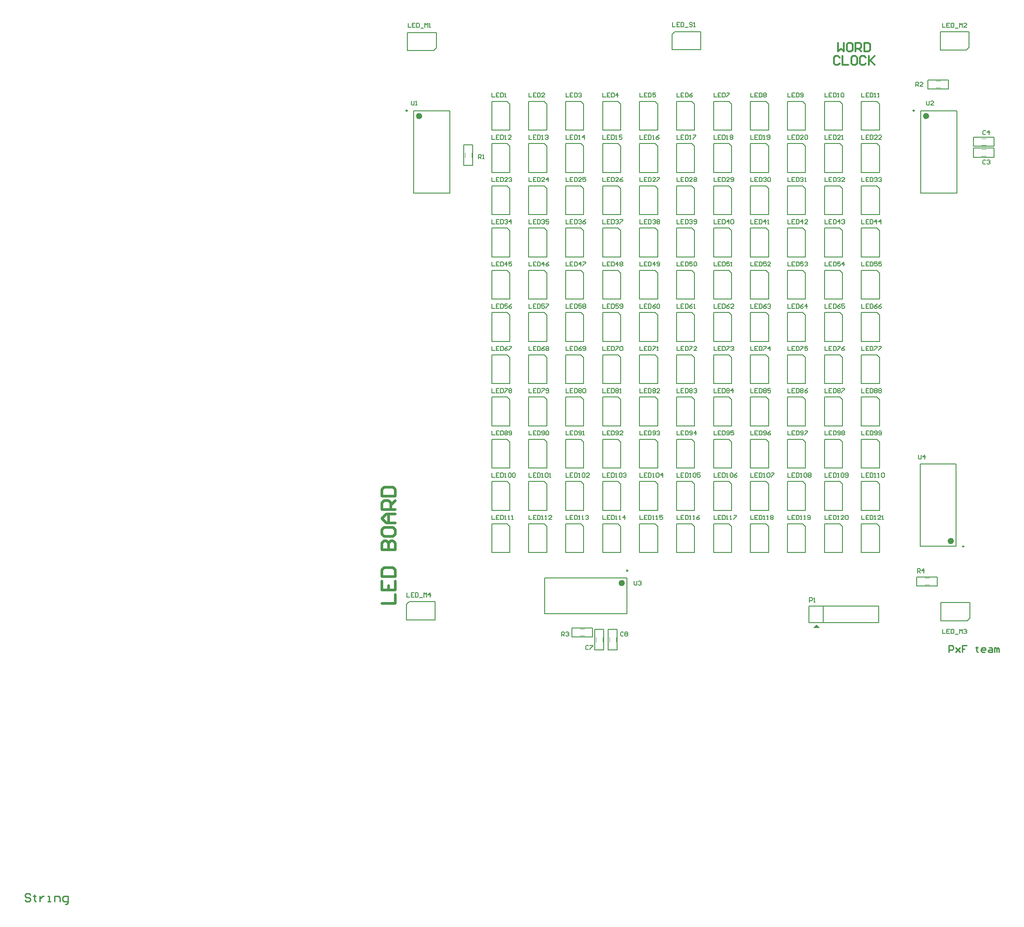
<source format=gto>
G04 Layer_Color=65535*
%FSTAX24Y24*%
%MOIN*%
G70*
G01*
G75*
%ADD17C,0.0200*%
%ADD21C,0.0236*%
%ADD22C,0.0098*%
%ADD23C,0.0040*%
%ADD24C,0.0050*%
%ADD25C,0.0070*%
%ADD26C,0.0079*%
%ADD27C,0.0100*%
%ADD28C,0.0130*%
G36*
X05926Y02042D02*
X05876D01*
X05901Y02067D01*
X05926Y02042D01*
D02*
G37*
D17*
X0266Y02223D02*
X0276D01*
Y022896D01*
X0266Y023896D02*
Y02323D01*
X0276D01*
Y023896D01*
X0271Y02323D02*
Y023563D01*
X0266Y024229D02*
X0276D01*
Y024729D01*
X027433Y024896D01*
X026767D01*
X0266Y024729D01*
Y024229D01*
Y026229D02*
X0276D01*
Y026729D01*
X027433Y026895D01*
X027267D01*
X0271Y026729D01*
Y026229D01*
Y026729D01*
X026934Y026895D01*
X026767D01*
X0266Y026729D01*
Y026229D01*
Y027728D02*
Y027395D01*
X026767Y027228D01*
X027433D01*
X0276Y027395D01*
Y027728D01*
X027433Y027895D01*
X026767D01*
X0266Y027728D01*
X0276Y028228D02*
X026934D01*
X0266Y028561D01*
X026934Y028895D01*
X0276D01*
X0271D01*
Y028228D01*
X0276Y029228D02*
X0266D01*
Y029728D01*
X026767Y029894D01*
X0271D01*
X027267Y029728D01*
Y029228D01*
Y029561D02*
X0276Y029894D01*
X0266Y030227D02*
X0276D01*
Y030727D01*
X027433Y030894D01*
X026767D01*
X0266Y030727D01*
Y030227D01*
D21*
X044595Y023755D02*
G03*
X044595Y023755I-000118J0D01*
G01*
X069123Y026893D02*
G03*
X069123Y026893I-000118J0D01*
G01*
X067283Y058583D02*
G03*
X067283Y058583I-000118J0D01*
G01*
X029488D02*
G03*
X029488Y058583I-000118J0D01*
G01*
D22*
X044932Y02468D02*
G03*
X044932Y02468I-000049J0D01*
G01*
X069979Y026487D02*
G03*
X069979Y026487I-000049J0D01*
G01*
X066289Y058988D02*
G03*
X066289Y058988I-000049J0D01*
G01*
X028494D02*
G03*
X028494Y058988I-000049J0D01*
G01*
D23*
X06706Y02363D02*
X0674D01*
X06706Y02413D02*
X0674D01*
X04137Y02033D02*
X04171D01*
X04137Y01983D02*
X04171D01*
X04255Y01938D02*
Y01972D01*
X04305Y01938D02*
Y01972D01*
X04355Y01938D02*
Y01972D01*
X04405Y01938D02*
Y01972D01*
X0713Y0556D02*
X07164D01*
X0713Y0561D02*
X07164D01*
X0713Y056405D02*
X07164D01*
X0713Y056905D02*
X07164D01*
X0679Y06119D02*
X06824D01*
X0679Y06069D02*
X06824D01*
X03279Y05551D02*
Y05585D01*
X03329Y05551D02*
Y05585D01*
D24*
X06647Y02422D02*
X068D01*
X06647Y02355D02*
Y02422D01*
Y02355D02*
X068D01*
Y02422D01*
X04077Y01974D02*
X0423D01*
Y02041D01*
X04077D02*
X0423D01*
X04077Y01974D02*
Y02041D01*
X04314Y01878D02*
Y02031D01*
X04247D02*
X04314D01*
X04247Y01878D02*
Y02031D01*
Y01878D02*
X04314D01*
X04414D02*
Y02031D01*
X04347D02*
X04414D01*
X04347Y01878D02*
Y02031D01*
Y01878D02*
X04414D01*
X07071Y05619D02*
X07224D01*
X07071Y05552D02*
Y05619D01*
Y05552D02*
X07224D01*
Y05619D01*
X07071Y056995D02*
X07224D01*
X07071Y056325D02*
Y056995D01*
Y056325D02*
X07224D01*
Y056995D01*
X0673Y0606D02*
X06883D01*
Y06127D01*
X0673D02*
X06883D01*
X0673Y0606D02*
Y06127D01*
X03338Y05491D02*
Y05644D01*
X03271D02*
X03338D01*
X03271Y05491D02*
Y05644D01*
Y05491D02*
X03338D01*
D25*
X05844Y02203D02*
X06362D01*
X05844Y02081D02*
X06362D01*
X05844D02*
Y02203D01*
X06362Y02081D02*
Y02203D01*
X0595Y02083D02*
Y02201D01*
D26*
X048228Y06468D02*
X048428Y06488D01*
X049616D01*
X048599Y06353D02*
X050056D01*
X048228D02*
Y06468D01*
X049616Y06488D02*
X050378D01*
X050056Y06353D02*
X050378D01*
X048228D02*
X048599D01*
X050378D02*
Y06488D01*
X028428Y022154D02*
X028628Y022354D01*
X029816D01*
X028799Y021004D02*
X030256D01*
X028428D02*
Y022154D01*
X029816Y022354D02*
X030578D01*
X030256Y021004D02*
X030578D01*
X028428D02*
X028799D01*
X030578D02*
Y022354D01*
X03046Y06347D02*
X03066Y06367D01*
X029271Y06347D02*
X03046D01*
X028831Y06482D02*
X030289D01*
X03066Y06367D02*
Y06482D01*
X02851Y06347D02*
X029271D01*
X02851Y06482D02*
X028831D01*
X030289D02*
X03066D01*
X02851Y06347D02*
Y06482D01*
X063492Y028177D02*
X063692Y027977D01*
Y026788D02*
Y027977D01*
X062342Y026348D02*
Y027806D01*
Y028177D02*
X063492D01*
X063692Y026027D02*
Y026788D01*
X062342Y026027D02*
Y026348D01*
Y027806D02*
Y028177D01*
Y026027D02*
X063692D01*
X060736Y028177D02*
X060936Y027977D01*
Y026788D02*
Y027977D01*
X059586Y026348D02*
Y027806D01*
Y028177D02*
X060736D01*
X060936Y026027D02*
Y026788D01*
X059586Y026027D02*
Y026348D01*
Y027806D02*
Y028177D01*
Y026027D02*
X060936D01*
X05798Y028177D02*
X05818Y027977D01*
Y026788D02*
Y027977D01*
X05683Y026348D02*
Y027806D01*
Y028177D02*
X05798D01*
X05818Y026027D02*
Y026788D01*
X05683Y026027D02*
Y026348D01*
Y027806D02*
Y028177D01*
Y026027D02*
X05818D01*
X055224Y028177D02*
X055424Y027977D01*
Y026788D02*
Y027977D01*
X054074Y026348D02*
Y027806D01*
Y028177D02*
X055224D01*
X055424Y026027D02*
Y026788D01*
X054074Y026027D02*
Y026348D01*
Y027806D02*
Y028177D01*
Y026027D02*
X055424D01*
X052469Y028177D02*
X052668Y027977D01*
Y026788D02*
Y027977D01*
X051318Y026348D02*
Y027806D01*
Y028177D02*
X052469D01*
X052668Y026027D02*
Y026788D01*
X051318Y026027D02*
Y026348D01*
Y027806D02*
Y028177D01*
Y026027D02*
X052668D01*
X049713Y028177D02*
X049913Y027977D01*
Y026788D02*
Y027977D01*
X048563Y026348D02*
Y027806D01*
Y028177D02*
X049713D01*
X049913Y026027D02*
Y026788D01*
X048563Y026027D02*
Y026348D01*
Y027806D02*
Y028177D01*
Y026027D02*
X049913D01*
X046957Y028177D02*
X047157Y027977D01*
Y026788D02*
Y027977D01*
X045807Y026348D02*
Y027806D01*
Y028177D02*
X046957D01*
X047157Y026027D02*
Y026788D01*
X045807Y026027D02*
Y026348D01*
Y027806D02*
Y028177D01*
Y026027D02*
X047157D01*
X044201Y028177D02*
X044401Y027977D01*
Y026788D02*
Y027977D01*
X043051Y026348D02*
Y027806D01*
Y028177D02*
X044201D01*
X044401Y026027D02*
Y026788D01*
X043051Y026027D02*
Y026348D01*
Y027806D02*
Y028177D01*
Y026027D02*
X044401D01*
X041445Y028177D02*
X041645Y027977D01*
Y026788D02*
Y027977D01*
X040295Y026348D02*
Y027806D01*
Y028177D02*
X041445D01*
X041645Y026027D02*
Y026788D01*
X040295Y026027D02*
Y026348D01*
Y027806D02*
Y028177D01*
Y026027D02*
X041645D01*
X038689Y028177D02*
X038889Y027977D01*
Y026788D02*
Y027977D01*
X037539Y026348D02*
Y027806D01*
Y028177D02*
X038689D01*
X038889Y026027D02*
Y026788D01*
X037539Y026027D02*
Y026348D01*
Y027806D02*
Y028177D01*
Y026027D02*
X038889D01*
X035933Y028177D02*
X036133Y027977D01*
Y026788D02*
Y027977D01*
X034783Y026348D02*
Y027806D01*
Y028177D02*
X035933D01*
X036133Y026027D02*
Y026788D01*
X034783Y026027D02*
Y026348D01*
Y027806D02*
Y028177D01*
Y026027D02*
X036133D01*
X063492Y031326D02*
X063692Y031126D01*
Y029938D02*
Y031126D01*
X062342Y029498D02*
Y030955D01*
Y031326D02*
X063492D01*
X063692Y029176D02*
Y029938D01*
X062342Y029176D02*
Y029498D01*
Y030955D02*
Y031326D01*
Y029176D02*
X063692D01*
X060736Y031326D02*
X060936Y031126D01*
Y029938D02*
Y031126D01*
X059586Y029498D02*
Y030955D01*
Y031326D02*
X060736D01*
X060936Y029176D02*
Y029938D01*
X059586Y029176D02*
Y029498D01*
Y030955D02*
Y031326D01*
Y029176D02*
X060936D01*
X05798Y031326D02*
X05818Y031126D01*
Y029938D02*
Y031126D01*
X05683Y029498D02*
Y030955D01*
Y031326D02*
X05798D01*
X05818Y029176D02*
Y029938D01*
X05683Y029176D02*
Y029498D01*
Y030955D02*
Y031326D01*
Y029176D02*
X05818D01*
X055224Y031326D02*
X055424Y031126D01*
Y029938D02*
Y031126D01*
X054074Y029498D02*
Y030955D01*
Y031326D02*
X055224D01*
X055424Y029176D02*
Y029938D01*
X054074Y029176D02*
Y029498D01*
Y030955D02*
Y031326D01*
Y029176D02*
X055424D01*
X052469Y031326D02*
X052668Y031126D01*
Y029938D02*
Y031126D01*
X051318Y029498D02*
Y030955D01*
Y031326D02*
X052469D01*
X052668Y029176D02*
Y029938D01*
X051318Y029176D02*
Y029498D01*
Y030955D02*
Y031326D01*
Y029176D02*
X052668D01*
X049713Y031326D02*
X049913Y031126D01*
Y029938D02*
Y031126D01*
X048563Y029498D02*
Y030955D01*
Y031326D02*
X049713D01*
X049913Y029176D02*
Y029938D01*
X048563Y029176D02*
Y029498D01*
Y030955D02*
Y031326D01*
Y029176D02*
X049913D01*
X046957Y031326D02*
X047157Y031126D01*
Y029938D02*
Y031126D01*
X045807Y029498D02*
Y030955D01*
Y031326D02*
X046957D01*
X047157Y029176D02*
Y029938D01*
X045807Y029176D02*
Y029498D01*
Y030955D02*
Y031326D01*
Y029176D02*
X047157D01*
X044201Y031326D02*
X044401Y031126D01*
Y029938D02*
Y031126D01*
X043051Y029498D02*
Y030955D01*
Y031326D02*
X044201D01*
X044401Y029176D02*
Y029938D01*
X043051Y029176D02*
Y029498D01*
Y030955D02*
Y031326D01*
Y029176D02*
X044401D01*
X041445Y031326D02*
X041645Y031126D01*
Y029938D02*
Y031126D01*
X040295Y029498D02*
Y030955D01*
Y031326D02*
X041445D01*
X041645Y029176D02*
Y029938D01*
X040295Y029176D02*
Y029498D01*
Y030955D02*
Y031326D01*
Y029176D02*
X041645D01*
X038689Y031326D02*
X038889Y031126D01*
Y029938D02*
Y031126D01*
X037539Y029498D02*
Y030955D01*
Y031326D02*
X038689D01*
X038889Y029176D02*
Y029938D01*
X037539Y029176D02*
Y029498D01*
Y030955D02*
Y031326D01*
Y029176D02*
X038889D01*
X035933Y031326D02*
X036133Y031126D01*
Y029938D02*
Y031126D01*
X034783Y029498D02*
Y030955D01*
Y031326D02*
X035933D01*
X036133Y029176D02*
Y029938D01*
X034783Y029176D02*
Y029498D01*
Y030955D02*
Y031326D01*
Y029176D02*
X036133D01*
X063492Y034476D02*
X063692Y034276D01*
Y033087D02*
Y034276D01*
X062342Y032647D02*
Y034105D01*
Y034476D02*
X063492D01*
X063692Y032326D02*
Y033087D01*
X062342Y032326D02*
Y032647D01*
Y034105D02*
Y034476D01*
Y032326D02*
X063692D01*
X060736Y034476D02*
X060936Y034276D01*
Y033087D02*
Y034276D01*
X059586Y032647D02*
Y034105D01*
Y034476D02*
X060736D01*
X060936Y032326D02*
Y033087D01*
X059586Y032326D02*
Y032647D01*
Y034105D02*
Y034476D01*
Y032326D02*
X060936D01*
X05798Y034476D02*
X05818Y034276D01*
Y033087D02*
Y034276D01*
X05683Y032647D02*
Y034105D01*
Y034476D02*
X05798D01*
X05818Y032326D02*
Y033087D01*
X05683Y032326D02*
Y032647D01*
Y034105D02*
Y034476D01*
Y032326D02*
X05818D01*
X055224Y034476D02*
X055424Y034276D01*
Y033087D02*
Y034276D01*
X054074Y032647D02*
Y034105D01*
Y034476D02*
X055224D01*
X055424Y032326D02*
Y033087D01*
X054074Y032326D02*
Y032647D01*
Y034105D02*
Y034476D01*
Y032326D02*
X055424D01*
X052469Y034476D02*
X052668Y034276D01*
Y033087D02*
Y034276D01*
X051318Y032647D02*
Y034105D01*
Y034476D02*
X052469D01*
X052668Y032326D02*
Y033087D01*
X051318Y032326D02*
Y032647D01*
Y034105D02*
Y034476D01*
Y032326D02*
X052668D01*
X049713Y034476D02*
X049913Y034276D01*
Y033087D02*
Y034276D01*
X048563Y032647D02*
Y034105D01*
Y034476D02*
X049713D01*
X049913Y032326D02*
Y033087D01*
X048563Y032326D02*
Y032647D01*
Y034105D02*
Y034476D01*
Y032326D02*
X049913D01*
X046957Y034476D02*
X047157Y034276D01*
Y033087D02*
Y034276D01*
X045807Y032647D02*
Y034105D01*
Y034476D02*
X046957D01*
X047157Y032326D02*
Y033087D01*
X045807Y032326D02*
Y032647D01*
Y034105D02*
Y034476D01*
Y032326D02*
X047157D01*
X044201Y034476D02*
X044401Y034276D01*
Y033087D02*
Y034276D01*
X043051Y032647D02*
Y034105D01*
Y034476D02*
X044201D01*
X044401Y032326D02*
Y033087D01*
X043051Y032326D02*
Y032647D01*
Y034105D02*
Y034476D01*
Y032326D02*
X044401D01*
X041445Y034476D02*
X041645Y034276D01*
Y033087D02*
Y034276D01*
X040295Y032647D02*
Y034105D01*
Y034476D02*
X041445D01*
X041645Y032326D02*
Y033087D01*
X040295Y032326D02*
Y032647D01*
Y034105D02*
Y034476D01*
Y032326D02*
X041645D01*
X038689Y034476D02*
X038889Y034276D01*
Y033087D02*
Y034276D01*
X037539Y032647D02*
Y034105D01*
Y034476D02*
X038689D01*
X038889Y032326D02*
Y033087D01*
X037539Y032326D02*
Y032647D01*
Y034105D02*
Y034476D01*
Y032326D02*
X038889D01*
X035933Y034476D02*
X036133Y034276D01*
Y033087D02*
Y034276D01*
X034783Y032647D02*
Y034105D01*
Y034476D02*
X035933D01*
X036133Y032326D02*
Y033087D01*
X034783Y032326D02*
Y032647D01*
Y034105D02*
Y034476D01*
Y032326D02*
X036133D01*
X063492Y037626D02*
X063692Y037426D01*
Y036237D02*
Y037426D01*
X062342Y035797D02*
Y037254D01*
Y037626D02*
X063492D01*
X063692Y035476D02*
Y036237D01*
X062342Y035476D02*
Y035797D01*
Y037254D02*
Y037626D01*
Y035476D02*
X063692D01*
X060736Y037626D02*
X060936Y037426D01*
Y036237D02*
Y037426D01*
X059586Y035797D02*
Y037254D01*
Y037626D02*
X060736D01*
X060936Y035476D02*
Y036237D01*
X059586Y035476D02*
Y035797D01*
Y037254D02*
Y037626D01*
Y035476D02*
X060936D01*
X05798Y037626D02*
X05818Y037426D01*
Y036237D02*
Y037426D01*
X05683Y035797D02*
Y037254D01*
Y037626D02*
X05798D01*
X05818Y035476D02*
Y036237D01*
X05683Y035476D02*
Y035797D01*
Y037254D02*
Y037626D01*
Y035476D02*
X05818D01*
X055224Y037626D02*
X055424Y037426D01*
Y036237D02*
Y037426D01*
X054074Y035797D02*
Y037254D01*
Y037626D02*
X055224D01*
X055424Y035476D02*
Y036237D01*
X054074Y035476D02*
Y035797D01*
Y037254D02*
Y037626D01*
Y035476D02*
X055424D01*
X052469Y037626D02*
X052668Y037426D01*
Y036237D02*
Y037426D01*
X051318Y035797D02*
Y037254D01*
Y037626D02*
X052469D01*
X052668Y035476D02*
Y036237D01*
X051318Y035476D02*
Y035797D01*
Y037254D02*
Y037626D01*
Y035476D02*
X052668D01*
X049713Y037626D02*
X049913Y037426D01*
Y036237D02*
Y037426D01*
X048563Y035797D02*
Y037254D01*
Y037626D02*
X049713D01*
X049913Y035476D02*
Y036237D01*
X048563Y035476D02*
Y035797D01*
Y037254D02*
Y037626D01*
Y035476D02*
X049913D01*
X046957Y037626D02*
X047157Y037426D01*
Y036237D02*
Y037426D01*
X045807Y035797D02*
Y037254D01*
Y037626D02*
X046957D01*
X047157Y035476D02*
Y036237D01*
X045807Y035476D02*
Y035797D01*
Y037254D02*
Y037626D01*
Y035476D02*
X047157D01*
X044201Y037626D02*
X044401Y037426D01*
Y036237D02*
Y037426D01*
X043051Y035797D02*
Y037254D01*
Y037626D02*
X044201D01*
X044401Y035476D02*
Y036237D01*
X043051Y035476D02*
Y035797D01*
Y037254D02*
Y037626D01*
Y035476D02*
X044401D01*
X041445Y037626D02*
X041645Y037426D01*
Y036237D02*
Y037426D01*
X040295Y035797D02*
Y037254D01*
Y037626D02*
X041445D01*
X041645Y035476D02*
Y036237D01*
X040295Y035476D02*
Y035797D01*
Y037254D02*
Y037626D01*
Y035476D02*
X041645D01*
X038689Y037626D02*
X038889Y037426D01*
Y036237D02*
Y037426D01*
X037539Y035797D02*
Y037254D01*
Y037626D02*
X038689D01*
X038889Y035476D02*
Y036237D01*
X037539Y035476D02*
Y035797D01*
Y037254D02*
Y037626D01*
Y035476D02*
X038889D01*
X035933Y037626D02*
X036133Y037426D01*
Y036237D02*
Y037426D01*
X034783Y035797D02*
Y037254D01*
Y037626D02*
X035933D01*
X036133Y035476D02*
Y036237D01*
X034783Y035476D02*
Y035797D01*
Y037254D02*
Y037626D01*
Y035476D02*
X036133D01*
X063492Y040775D02*
X063692Y040575D01*
Y039387D02*
Y040575D01*
X062342Y038946D02*
Y040404D01*
Y040775D02*
X063492D01*
X063692Y038625D02*
Y039387D01*
X062342Y038625D02*
Y038946D01*
Y040404D02*
Y040775D01*
Y038625D02*
X063692D01*
X060736Y040775D02*
X060936Y040575D01*
Y039387D02*
Y040575D01*
X059586Y038946D02*
Y040404D01*
Y040775D02*
X060736D01*
X060936Y038625D02*
Y039387D01*
X059586Y038625D02*
Y038946D01*
Y040404D02*
Y040775D01*
Y038625D02*
X060936D01*
X05798Y040775D02*
X05818Y040575D01*
Y039387D02*
Y040575D01*
X05683Y038946D02*
Y040404D01*
Y040775D02*
X05798D01*
X05818Y038625D02*
Y039387D01*
X05683Y038625D02*
Y038946D01*
Y040404D02*
Y040775D01*
Y038625D02*
X05818D01*
X055224Y040775D02*
X055424Y040575D01*
Y039387D02*
Y040575D01*
X054074Y038946D02*
Y040404D01*
Y040775D02*
X055224D01*
X055424Y038625D02*
Y039387D01*
X054074Y038625D02*
Y038946D01*
Y040404D02*
Y040775D01*
Y038625D02*
X055424D01*
X052469Y040775D02*
X052668Y040575D01*
Y039387D02*
Y040575D01*
X051318Y038946D02*
Y040404D01*
Y040775D02*
X052469D01*
X052668Y038625D02*
Y039387D01*
X051318Y038625D02*
Y038946D01*
Y040404D02*
Y040775D01*
Y038625D02*
X052668D01*
X049713Y040775D02*
X049913Y040575D01*
Y039387D02*
Y040575D01*
X048563Y038946D02*
Y040404D01*
Y040775D02*
X049713D01*
X049913Y038625D02*
Y039387D01*
X048563Y038625D02*
Y038946D01*
Y040404D02*
Y040775D01*
Y038625D02*
X049913D01*
X046957Y040775D02*
X047157Y040575D01*
Y039387D02*
Y040575D01*
X045807Y038946D02*
Y040404D01*
Y040775D02*
X046957D01*
X047157Y038625D02*
Y039387D01*
X045807Y038625D02*
Y038946D01*
Y040404D02*
Y040775D01*
Y038625D02*
X047157D01*
X044201Y040775D02*
X044401Y040575D01*
Y039387D02*
Y040575D01*
X043051Y038946D02*
Y040404D01*
Y040775D02*
X044201D01*
X044401Y038625D02*
Y039387D01*
X043051Y038625D02*
Y038946D01*
Y040404D02*
Y040775D01*
Y038625D02*
X044401D01*
X041445Y040775D02*
X041645Y040575D01*
Y039387D02*
Y040575D01*
X040295Y038946D02*
Y040404D01*
Y040775D02*
X041445D01*
X041645Y038625D02*
Y039387D01*
X040295Y038625D02*
Y038946D01*
Y040404D02*
Y040775D01*
Y038625D02*
X041645D01*
X038689Y040775D02*
X038889Y040575D01*
Y039387D02*
Y040575D01*
X037539Y038946D02*
Y040404D01*
Y040775D02*
X038689D01*
X038889Y038625D02*
Y039387D01*
X037539Y038625D02*
Y038946D01*
Y040404D02*
Y040775D01*
Y038625D02*
X038889D01*
X035933Y040775D02*
X036133Y040575D01*
Y039387D02*
Y040575D01*
X034783Y038946D02*
Y040404D01*
Y040775D02*
X035933D01*
X036133Y038625D02*
Y039387D01*
X034783Y038625D02*
Y038946D01*
Y040404D02*
Y040775D01*
Y038625D02*
X036133D01*
X063492Y043925D02*
X063692Y043725D01*
Y042536D02*
Y043725D01*
X062342Y042096D02*
Y043554D01*
Y043925D02*
X063492D01*
X063692Y041775D02*
Y042536D01*
X062342Y041775D02*
Y042096D01*
Y043554D02*
Y043925D01*
Y041775D02*
X063692D01*
X060736Y043925D02*
X060936Y043725D01*
Y042536D02*
Y043725D01*
X059586Y042096D02*
Y043554D01*
Y043925D02*
X060736D01*
X060936Y041775D02*
Y042536D01*
X059586Y041775D02*
Y042096D01*
Y043554D02*
Y043925D01*
Y041775D02*
X060936D01*
X05798Y043925D02*
X05818Y043725D01*
Y042536D02*
Y043725D01*
X05683Y042096D02*
Y043554D01*
Y043925D02*
X05798D01*
X05818Y041775D02*
Y042536D01*
X05683Y041775D02*
Y042096D01*
Y043554D02*
Y043925D01*
Y041775D02*
X05818D01*
X055224Y043925D02*
X055424Y043725D01*
Y042536D02*
Y043725D01*
X054074Y042096D02*
Y043554D01*
Y043925D02*
X055224D01*
X055424Y041775D02*
Y042536D01*
X054074Y041775D02*
Y042096D01*
Y043554D02*
Y043925D01*
Y041775D02*
X055424D01*
X052469Y043925D02*
X052668Y043725D01*
Y042536D02*
Y043725D01*
X051318Y042096D02*
Y043554D01*
Y043925D02*
X052469D01*
X052668Y041775D02*
Y042536D01*
X051318Y041775D02*
Y042096D01*
Y043554D02*
Y043925D01*
Y041775D02*
X052668D01*
X049713Y043925D02*
X049913Y043725D01*
Y042536D02*
Y043725D01*
X048563Y042096D02*
Y043554D01*
Y043925D02*
X049713D01*
X049913Y041775D02*
Y042536D01*
X048563Y041775D02*
Y042096D01*
Y043554D02*
Y043925D01*
Y041775D02*
X049913D01*
X046957Y043925D02*
X047157Y043725D01*
Y042536D02*
Y043725D01*
X045807Y042096D02*
Y043554D01*
Y043925D02*
X046957D01*
X047157Y041775D02*
Y042536D01*
X045807Y041775D02*
Y042096D01*
Y043554D02*
Y043925D01*
Y041775D02*
X047157D01*
X044201Y043925D02*
X044401Y043725D01*
Y042536D02*
Y043725D01*
X043051Y042096D02*
Y043554D01*
Y043925D02*
X044201D01*
X044401Y041775D02*
Y042536D01*
X043051Y041775D02*
Y042096D01*
Y043554D02*
Y043925D01*
Y041775D02*
X044401D01*
X041445Y043925D02*
X041645Y043725D01*
Y042536D02*
Y043725D01*
X040295Y042096D02*
Y043554D01*
Y043925D02*
X041445D01*
X041645Y041775D02*
Y042536D01*
X040295Y041775D02*
Y042096D01*
Y043554D02*
Y043925D01*
Y041775D02*
X041645D01*
X038689Y043925D02*
X038889Y043725D01*
Y042536D02*
Y043725D01*
X037539Y042096D02*
Y043554D01*
Y043925D02*
X038689D01*
X038889Y041775D02*
Y042536D01*
X037539Y041775D02*
Y042096D01*
Y043554D02*
Y043925D01*
Y041775D02*
X038889D01*
X035933Y043925D02*
X036133Y043725D01*
Y042536D02*
Y043725D01*
X034783Y042096D02*
Y043554D01*
Y043925D02*
X035933D01*
X036133Y041775D02*
Y042536D01*
X034783Y041775D02*
Y042096D01*
Y043554D02*
Y043925D01*
Y041775D02*
X036133D01*
X063492Y047074D02*
X063692Y046874D01*
Y045686D02*
Y046874D01*
X062342Y045246D02*
Y046703D01*
Y047074D02*
X063492D01*
X063692Y044924D02*
Y045686D01*
X062342Y044924D02*
Y045246D01*
Y046703D02*
Y047074D01*
Y044924D02*
X063692D01*
X060736Y047074D02*
X060936Y046874D01*
Y045686D02*
Y046874D01*
X059586Y045246D02*
Y046703D01*
Y047074D02*
X060736D01*
X060936Y044924D02*
Y045686D01*
X059586Y044924D02*
Y045246D01*
Y046703D02*
Y047074D01*
Y044924D02*
X060936D01*
X05798Y047074D02*
X05818Y046874D01*
Y045686D02*
Y046874D01*
X05683Y045246D02*
Y046703D01*
Y047074D02*
X05798D01*
X05818Y044924D02*
Y045686D01*
X05683Y044924D02*
Y045246D01*
Y046703D02*
Y047074D01*
Y044924D02*
X05818D01*
X055224Y047074D02*
X055424Y046874D01*
Y045686D02*
Y046874D01*
X054074Y045246D02*
Y046703D01*
Y047074D02*
X055224D01*
X055424Y044924D02*
Y045686D01*
X054074Y044924D02*
Y045246D01*
Y046703D02*
Y047074D01*
Y044924D02*
X055424D01*
X052469Y047074D02*
X052668Y046874D01*
Y045686D02*
Y046874D01*
X051318Y045246D02*
Y046703D01*
Y047074D02*
X052469D01*
X052668Y044924D02*
Y045686D01*
X051318Y044924D02*
Y045246D01*
Y046703D02*
Y047074D01*
Y044924D02*
X052668D01*
X049713Y047074D02*
X049913Y046874D01*
Y045686D02*
Y046874D01*
X048563Y045246D02*
Y046703D01*
Y047074D02*
X049713D01*
X049913Y044924D02*
Y045686D01*
X048563Y044924D02*
Y045246D01*
Y046703D02*
Y047074D01*
Y044924D02*
X049913D01*
X046957Y047074D02*
X047157Y046874D01*
Y045686D02*
Y046874D01*
X045807Y045246D02*
Y046703D01*
Y047074D02*
X046957D01*
X047157Y044924D02*
Y045686D01*
X045807Y044924D02*
Y045246D01*
Y046703D02*
Y047074D01*
Y044924D02*
X047157D01*
X044201Y047074D02*
X044401Y046874D01*
Y045686D02*
Y046874D01*
X043051Y045246D02*
Y046703D01*
Y047074D02*
X044201D01*
X044401Y044924D02*
Y045686D01*
X043051Y044924D02*
Y045246D01*
Y046703D02*
Y047074D01*
Y044924D02*
X044401D01*
X041445Y047074D02*
X041645Y046874D01*
Y045686D02*
Y046874D01*
X040295Y045246D02*
Y046703D01*
Y047074D02*
X041445D01*
X041645Y044924D02*
Y045686D01*
X040295Y044924D02*
Y045246D01*
Y046703D02*
Y047074D01*
Y044924D02*
X041645D01*
X038689Y047074D02*
X038889Y046874D01*
Y045686D02*
Y046874D01*
X037539Y045246D02*
Y046703D01*
Y047074D02*
X038689D01*
X038889Y044924D02*
Y045686D01*
X037539Y044924D02*
Y045246D01*
Y046703D02*
Y047074D01*
Y044924D02*
X038889D01*
X035933Y047074D02*
X036133Y046874D01*
Y045686D02*
Y046874D01*
X034783Y045246D02*
Y046703D01*
Y047074D02*
X035933D01*
X036133Y044924D02*
Y045686D01*
X034783Y044924D02*
Y045246D01*
Y046703D02*
Y047074D01*
Y044924D02*
X036133D01*
X063492Y050224D02*
X063692Y050024D01*
Y048835D02*
Y050024D01*
X062342Y048395D02*
Y049853D01*
Y050224D02*
X063492D01*
X063692Y048074D02*
Y048835D01*
X062342Y048074D02*
Y048395D01*
Y049853D02*
Y050224D01*
Y048074D02*
X063692D01*
X060736Y050224D02*
X060936Y050024D01*
Y048835D02*
Y050024D01*
X059586Y048395D02*
Y049853D01*
Y050224D02*
X060736D01*
X060936Y048074D02*
Y048835D01*
X059586Y048074D02*
Y048395D01*
Y049853D02*
Y050224D01*
Y048074D02*
X060936D01*
X05798Y050224D02*
X05818Y050024D01*
Y048835D02*
Y050024D01*
X05683Y048395D02*
Y049853D01*
Y050224D02*
X05798D01*
X05818Y048074D02*
Y048835D01*
X05683Y048074D02*
Y048395D01*
Y049853D02*
Y050224D01*
Y048074D02*
X05818D01*
X055224Y050224D02*
X055424Y050024D01*
Y048835D02*
Y050024D01*
X054074Y048395D02*
Y049853D01*
Y050224D02*
X055224D01*
X055424Y048074D02*
Y048835D01*
X054074Y048074D02*
Y048395D01*
Y049853D02*
Y050224D01*
Y048074D02*
X055424D01*
X052469Y050224D02*
X052668Y050024D01*
Y048835D02*
Y050024D01*
X051318Y048395D02*
Y049853D01*
Y050224D02*
X052469D01*
X052668Y048074D02*
Y048835D01*
X051318Y048074D02*
Y048395D01*
Y049853D02*
Y050224D01*
Y048074D02*
X052668D01*
X049713Y050224D02*
X049913Y050024D01*
Y048835D02*
Y050024D01*
X048563Y048395D02*
Y049853D01*
Y050224D02*
X049713D01*
X049913Y048074D02*
Y048835D01*
X048563Y048074D02*
Y048395D01*
Y049853D02*
Y050224D01*
Y048074D02*
X049913D01*
X046957Y050224D02*
X047157Y050024D01*
Y048835D02*
Y050024D01*
X045807Y048395D02*
Y049853D01*
Y050224D02*
X046957D01*
X047157Y048074D02*
Y048835D01*
X045807Y048074D02*
Y048395D01*
Y049853D02*
Y050224D01*
Y048074D02*
X047157D01*
X044201Y050224D02*
X044401Y050024D01*
Y048835D02*
Y050024D01*
X043051Y048395D02*
Y049853D01*
Y050224D02*
X044201D01*
X044401Y048074D02*
Y048835D01*
X043051Y048074D02*
Y048395D01*
Y049853D02*
Y050224D01*
Y048074D02*
X044401D01*
X041445Y050224D02*
X041645Y050024D01*
Y048835D02*
Y050024D01*
X040295Y048395D02*
Y049853D01*
Y050224D02*
X041445D01*
X041645Y048074D02*
Y048835D01*
X040295Y048074D02*
Y048395D01*
Y049853D02*
Y050224D01*
Y048074D02*
X041645D01*
X038689Y050224D02*
X038889Y050024D01*
Y048835D02*
Y050024D01*
X037539Y048395D02*
Y049853D01*
Y050224D02*
X038689D01*
X038889Y048074D02*
Y048835D01*
X037539Y048074D02*
Y048395D01*
Y049853D02*
Y050224D01*
Y048074D02*
X038889D01*
X035933Y050224D02*
X036133Y050024D01*
Y048835D02*
Y050024D01*
X034783Y048395D02*
Y049853D01*
Y050224D02*
X035933D01*
X036133Y048074D02*
Y048835D01*
X034783Y048074D02*
Y048395D01*
Y049853D02*
Y050224D01*
Y048074D02*
X036133D01*
X063492Y053374D02*
X063692Y053174D01*
Y051985D02*
Y053174D01*
X062342Y051545D02*
Y053002D01*
Y053374D02*
X063492D01*
X063692Y051224D02*
Y051985D01*
X062342Y051224D02*
Y051545D01*
Y053002D02*
Y053374D01*
Y051224D02*
X063692D01*
X060736Y053374D02*
X060936Y053174D01*
Y051985D02*
Y053174D01*
X059586Y051545D02*
Y053002D01*
Y053374D02*
X060736D01*
X060936Y051224D02*
Y051985D01*
X059586Y051224D02*
Y051545D01*
Y053002D02*
Y053374D01*
Y051224D02*
X060936D01*
X05798Y053374D02*
X05818Y053174D01*
Y051985D02*
Y053174D01*
X05683Y051545D02*
Y053002D01*
Y053374D02*
X05798D01*
X05818Y051224D02*
Y051985D01*
X05683Y051224D02*
Y051545D01*
Y053002D02*
Y053374D01*
Y051224D02*
X05818D01*
X055224Y053374D02*
X055424Y053174D01*
Y051985D02*
Y053174D01*
X054074Y051545D02*
Y053002D01*
Y053374D02*
X055224D01*
X055424Y051224D02*
Y051985D01*
X054074Y051224D02*
Y051545D01*
Y053002D02*
Y053374D01*
Y051224D02*
X055424D01*
X052469Y053374D02*
X052668Y053174D01*
Y051985D02*
Y053174D01*
X051318Y051545D02*
Y053002D01*
Y053374D02*
X052469D01*
X052668Y051224D02*
Y051985D01*
X051318Y051224D02*
Y051545D01*
Y053002D02*
Y053374D01*
Y051224D02*
X052668D01*
X049713Y053374D02*
X049913Y053174D01*
Y051985D02*
Y053174D01*
X048563Y051545D02*
Y053002D01*
Y053374D02*
X049713D01*
X049913Y051224D02*
Y051985D01*
X048563Y051224D02*
Y051545D01*
Y053002D02*
Y053374D01*
Y051224D02*
X049913D01*
X046957Y053374D02*
X047157Y053174D01*
Y051985D02*
Y053174D01*
X045807Y051545D02*
Y053002D01*
Y053374D02*
X046957D01*
X047157Y051224D02*
Y051985D01*
X045807Y051224D02*
Y051545D01*
Y053002D02*
Y053374D01*
Y051224D02*
X047157D01*
X044201Y053374D02*
X044401Y053174D01*
Y051985D02*
Y053174D01*
X043051Y051545D02*
Y053002D01*
Y053374D02*
X044201D01*
X044401Y051224D02*
Y051985D01*
X043051Y051224D02*
Y051545D01*
Y053002D02*
Y053374D01*
Y051224D02*
X044401D01*
X041445Y053374D02*
X041645Y053174D01*
Y051985D02*
Y053174D01*
X040295Y051545D02*
Y053002D01*
Y053374D02*
X041445D01*
X041645Y051224D02*
Y051985D01*
X040295Y051224D02*
Y051545D01*
Y053002D02*
Y053374D01*
Y051224D02*
X041645D01*
X038689Y053374D02*
X038889Y053174D01*
Y051985D02*
Y053174D01*
X037539Y051545D02*
Y053002D01*
Y053374D02*
X038689D01*
X038889Y051224D02*
Y051985D01*
X037539Y051224D02*
Y051545D01*
Y053002D02*
Y053374D01*
Y051224D02*
X038889D01*
X035933Y053374D02*
X036133Y053174D01*
Y051985D02*
Y053174D01*
X034783Y051545D02*
Y053002D01*
Y053374D02*
X035933D01*
X036133Y051224D02*
Y051985D01*
X034783Y051224D02*
Y051545D01*
Y053002D02*
Y053374D01*
Y051224D02*
X036133D01*
X063492Y056523D02*
X063692Y056323D01*
Y055135D02*
Y056323D01*
X062342Y054694D02*
Y056152D01*
Y056523D02*
X063492D01*
X063692Y054373D02*
Y055135D01*
X062342Y054373D02*
Y054694D01*
Y056152D02*
Y056523D01*
Y054373D02*
X063692D01*
X060736Y056523D02*
X060936Y056323D01*
Y055135D02*
Y056323D01*
X059586Y054694D02*
Y056152D01*
Y056523D02*
X060736D01*
X060936Y054373D02*
Y055135D01*
X059586Y054373D02*
Y054694D01*
Y056152D02*
Y056523D01*
Y054373D02*
X060936D01*
X05798Y056523D02*
X05818Y056323D01*
Y055135D02*
Y056323D01*
X05683Y054694D02*
Y056152D01*
Y056523D02*
X05798D01*
X05818Y054373D02*
Y055135D01*
X05683Y054373D02*
Y054694D01*
Y056152D02*
Y056523D01*
Y054373D02*
X05818D01*
X055224Y056523D02*
X055424Y056323D01*
Y055135D02*
Y056323D01*
X054074Y054694D02*
Y056152D01*
Y056523D02*
X055224D01*
X055424Y054373D02*
Y055135D01*
X054074Y054373D02*
Y054694D01*
Y056152D02*
Y056523D01*
Y054373D02*
X055424D01*
X052469Y056523D02*
X052668Y056323D01*
Y055135D02*
Y056323D01*
X051318Y054694D02*
Y056152D01*
Y056523D02*
X052469D01*
X052668Y054373D02*
Y055135D01*
X051318Y054373D02*
Y054694D01*
Y056152D02*
Y056523D01*
Y054373D02*
X052668D01*
X049713Y056523D02*
X049913Y056323D01*
Y055135D02*
Y056323D01*
X048563Y054694D02*
Y056152D01*
Y056523D02*
X049713D01*
X049913Y054373D02*
Y055135D01*
X048563Y054373D02*
Y054694D01*
Y056152D02*
Y056523D01*
Y054373D02*
X049913D01*
X046957Y056523D02*
X047157Y056323D01*
Y055135D02*
Y056323D01*
X045807Y054694D02*
Y056152D01*
Y056523D02*
X046957D01*
X047157Y054373D02*
Y055135D01*
X045807Y054373D02*
Y054694D01*
Y056152D02*
Y056523D01*
Y054373D02*
X047157D01*
X044201Y056523D02*
X044401Y056323D01*
Y055135D02*
Y056323D01*
X043051Y054694D02*
Y056152D01*
Y056523D02*
X044201D01*
X044401Y054373D02*
Y055135D01*
X043051Y054373D02*
Y054694D01*
Y056152D02*
Y056523D01*
Y054373D02*
X044401D01*
X041445Y056523D02*
X041645Y056323D01*
Y055135D02*
Y056323D01*
X040295Y054694D02*
Y056152D01*
Y056523D02*
X041445D01*
X041645Y054373D02*
Y055135D01*
X040295Y054373D02*
Y054694D01*
Y056152D02*
Y056523D01*
Y054373D02*
X041645D01*
X038689Y056523D02*
X038889Y056323D01*
Y055135D02*
Y056323D01*
X037539Y054694D02*
Y056152D01*
Y056523D02*
X038689D01*
X038889Y054373D02*
Y055135D01*
X037539Y054373D02*
Y054694D01*
Y056152D02*
Y056523D01*
Y054373D02*
X038889D01*
X035933Y056523D02*
X036133Y056323D01*
Y055135D02*
Y056323D01*
X034783Y054694D02*
Y056152D01*
Y056523D02*
X035933D01*
X036133Y054373D02*
Y055135D01*
X034783Y054373D02*
Y054694D01*
Y056152D02*
Y056523D01*
Y054373D02*
X036133D01*
X063492Y059673D02*
X063692Y059473D01*
Y058284D02*
Y059473D01*
X062342Y057844D02*
Y059302D01*
Y059673D02*
X063492D01*
X063692Y057523D02*
Y058284D01*
X062342Y057523D02*
Y057844D01*
Y059302D02*
Y059673D01*
Y057523D02*
X063692D01*
X060736Y059673D02*
X060936Y059473D01*
Y058284D02*
Y059473D01*
X059586Y057844D02*
Y059302D01*
Y059673D02*
X060736D01*
X060936Y057523D02*
Y058284D01*
X059586Y057523D02*
Y057844D01*
Y059302D02*
Y059673D01*
Y057523D02*
X060936D01*
X05798Y059673D02*
X05818Y059473D01*
Y058284D02*
Y059473D01*
X05683Y057844D02*
Y059302D01*
Y059673D02*
X05798D01*
X05818Y057523D02*
Y058284D01*
X05683Y057523D02*
Y057844D01*
Y059302D02*
Y059673D01*
Y057523D02*
X05818D01*
X055224Y059673D02*
X055424Y059473D01*
Y058284D02*
Y059473D01*
X054074Y057844D02*
Y059302D01*
Y059673D02*
X055224D01*
X055424Y057523D02*
Y058284D01*
X054074Y057523D02*
Y057844D01*
Y059302D02*
Y059673D01*
Y057523D02*
X055424D01*
X052469Y059673D02*
X052668Y059473D01*
Y058284D02*
Y059473D01*
X051318Y057844D02*
Y059302D01*
Y059673D02*
X052469D01*
X052668Y057523D02*
Y058284D01*
X051318Y057523D02*
Y057844D01*
Y059302D02*
Y059673D01*
Y057523D02*
X052668D01*
X049713Y059673D02*
X049913Y059473D01*
Y058284D02*
Y059473D01*
X048563Y057844D02*
Y059302D01*
Y059673D02*
X049713D01*
X049913Y057523D02*
Y058284D01*
X048563Y057523D02*
Y057844D01*
Y059302D02*
Y059673D01*
Y057523D02*
X049913D01*
X046957Y059673D02*
X047157Y059473D01*
Y058284D02*
Y059473D01*
X045807Y057844D02*
Y059302D01*
Y059673D02*
X046957D01*
X047157Y057523D02*
Y058284D01*
X045807Y057523D02*
Y057844D01*
Y059302D02*
Y059673D01*
Y057523D02*
X047157D01*
X044201Y059673D02*
X044401Y059473D01*
Y058284D02*
Y059473D01*
X043051Y057844D02*
Y059302D01*
Y059673D02*
X044201D01*
X044401Y057523D02*
Y058284D01*
X043051Y057523D02*
Y057844D01*
Y059302D02*
Y059673D01*
Y057523D02*
X044401D01*
X041445Y059673D02*
X041645Y059473D01*
Y058284D02*
Y059473D01*
X040295Y057844D02*
Y059302D01*
Y059673D02*
X041445D01*
X041645Y057523D02*
Y058284D01*
X040295Y057523D02*
Y057844D01*
Y059302D02*
Y059673D01*
Y057523D02*
X041645D01*
X038689Y059673D02*
X038889Y059473D01*
Y058284D02*
Y059473D01*
X037539Y057844D02*
Y059302D01*
Y059673D02*
X038689D01*
X038889Y057523D02*
Y058284D01*
X037539Y057523D02*
Y057844D01*
Y059302D02*
Y059673D01*
Y057523D02*
X038889D01*
X035933Y059673D02*
X036133Y059473D01*
Y058284D02*
Y059473D01*
X034783Y057844D02*
Y059302D01*
Y059673D02*
X035933D01*
X036133Y057523D02*
Y058284D01*
X034783Y057523D02*
Y057844D01*
Y059302D02*
Y059673D01*
Y057523D02*
X036133D01*
X070232Y02094D02*
X070432Y02114D01*
X069044Y02094D02*
X070232D01*
X068604Y02229D02*
X070061D01*
X070432Y02114D02*
Y02229D01*
X068282Y02094D02*
X069044D01*
X068282Y02229D02*
X068604D01*
X070061D02*
X070432D01*
X068282Y02094D02*
Y02229D01*
X070178Y06352D02*
X070378Y06372D01*
X068989Y06352D02*
X070178D01*
X068549Y06487D02*
X070006D01*
X070378Y06372D02*
Y06487D01*
X068228Y06352D02*
X068989D01*
X068228Y06487D02*
X068549D01*
X070006D02*
X070378D01*
X068228Y06352D02*
Y06487D01*
X038729Y021471D02*
Y024148D01*
X044871Y021471D02*
Y024148D01*
X038729Y021471D02*
X044871D01*
X038729Y024148D02*
X044871D01*
X066721Y032641D02*
X069399D01*
X066721Y026499D02*
X069399D01*
X066721D02*
Y032641D01*
X069399Y026499D02*
Y032641D01*
X066772Y052835D02*
X069449D01*
X066772Y058976D02*
X069449D01*
Y052835D02*
Y058976D01*
X066772Y052835D02*
Y058976D01*
X028976Y052835D02*
X031654D01*
X028976Y058976D02*
X031654D01*
Y052835D02*
Y058976D01*
X028976Y052835D02*
Y058976D01*
X0454Y023915D02*
Y023652D01*
X045452Y0236D01*
X045557D01*
X04561Y023652D01*
Y023915D01*
X045715Y023862D02*
X045767Y023915D01*
X045872D01*
X045925Y023862D01*
Y02381D01*
X045872Y023757D01*
X04582D01*
X045872D01*
X045925Y023705D01*
Y023652D01*
X045872Y0236D01*
X045767D01*
X045715Y023652D01*
X0666Y033315D02*
Y033052D01*
X066652Y033D01*
X066757D01*
X06681Y033052D01*
Y033315D01*
X067072Y033D02*
Y033315D01*
X066915Y033157D01*
X067125D01*
X0672Y059715D02*
Y059452D01*
X067252Y0594D01*
X067357D01*
X06741Y059452D01*
Y059715D01*
X067725Y0594D02*
X067515D01*
X067725Y05961D01*
Y059662D01*
X067672Y059715D01*
X067567D01*
X067515Y059662D01*
X0288Y059715D02*
Y059452D01*
X028852Y0594D01*
X028957D01*
X02901Y059452D01*
Y059715D01*
X029115Y0594D02*
X02922D01*
X029167D01*
Y059715D01*
X029115Y059662D01*
X06652Y02452D02*
Y024835D01*
X066677D01*
X06673Y024782D01*
Y024677D01*
X066677Y024625D01*
X06652D01*
X066625D02*
X06673Y02452D01*
X066992D02*
Y024835D01*
X066835Y024677D01*
X067045D01*
X04Y0198D02*
Y020115D01*
X040157D01*
X04021Y020062D01*
Y019957D01*
X040157Y019905D01*
X04D01*
X040105D02*
X04021Y0198D01*
X040315Y020062D02*
X040367Y020115D01*
X040472D01*
X040525Y020062D01*
Y02001D01*
X040472Y019957D01*
X04042D01*
X040472D01*
X040525Y019905D01*
Y019852D01*
X040472Y0198D01*
X040367D01*
X040315Y019852D01*
X0664Y0608D02*
Y061115D01*
X066557D01*
X06661Y061062D01*
Y060957D01*
X066557Y060905D01*
X0664D01*
X066505D02*
X06661Y0608D01*
X066925D02*
X066715D01*
X066925Y06101D01*
Y061062D01*
X066872Y061115D01*
X066767D01*
X066715Y061062D01*
X0338Y0554D02*
Y055715D01*
X033957D01*
X03401Y055662D01*
Y055557D01*
X033957Y055505D01*
X0338D01*
X033905D02*
X03401Y0554D01*
X034115D02*
X03422D01*
X034167D01*
Y055715D01*
X034115Y055662D01*
X05848Y02234D02*
Y022655D01*
X058637D01*
X05869Y022602D01*
Y022497D01*
X058637Y022445D01*
X05848D01*
X058795Y02234D02*
X0589D01*
X058847D01*
Y022655D01*
X058795Y022602D01*
X04827Y065565D02*
Y06525D01*
X04848D01*
X048795Y065565D02*
X048585D01*
Y06525D01*
X048795D01*
X048585Y065407D02*
X04869D01*
X0489Y065565D02*
Y06525D01*
X049057D01*
X04911Y065302D01*
Y065512D01*
X049057Y065565D01*
X0489D01*
X049215Y065198D02*
X049424D01*
X049739Y065512D02*
X049687Y065565D01*
X049582D01*
X049529Y065512D01*
Y06546D01*
X049582Y065407D01*
X049687D01*
X049739Y065355D01*
Y065302D01*
X049687Y06525D01*
X049582D01*
X049529Y065302D01*
X049844Y06525D02*
X049949D01*
X049897D01*
Y065565D01*
X049844Y065512D01*
X02847Y023035D02*
Y02272D01*
X02868D01*
X028995Y023035D02*
X028785D01*
Y02272D01*
X028995D01*
X028785Y022877D02*
X02889D01*
X0291Y023035D02*
Y02272D01*
X029257D01*
X02931Y022772D01*
Y022982D01*
X029257Y023035D01*
X0291D01*
X029415Y022668D02*
X029624D01*
X029729Y02272D02*
Y023035D01*
X029834Y02293D01*
X029939Y023035D01*
Y02272D01*
X030202D02*
Y023035D01*
X030044Y022877D01*
X030254D01*
X0684Y020315D02*
Y02D01*
X06861D01*
X068925Y020315D02*
X068715D01*
Y02D01*
X068925D01*
X068715Y020157D02*
X06882D01*
X06903Y020315D02*
Y02D01*
X069187D01*
X06924Y020052D01*
Y020262D01*
X069187Y020315D01*
X06903D01*
X069345Y019948D02*
X069554D01*
X069659Y02D02*
Y020315D01*
X069764Y02021D01*
X069869Y020315D01*
Y02D01*
X069974Y020262D02*
X070027Y020315D01*
X070132D01*
X070184Y020262D01*
Y02021D01*
X070132Y020157D01*
X070079D01*
X070132D01*
X070184Y020105D01*
Y020052D01*
X070132Y02D01*
X070027D01*
X069974Y020052D01*
X0684Y065515D02*
Y0652D01*
X06861D01*
X068925Y065515D02*
X068715D01*
Y0652D01*
X068925D01*
X068715Y065357D02*
X06882D01*
X06903Y065515D02*
Y0652D01*
X069187D01*
X06924Y065252D01*
Y065462D01*
X069187Y065515D01*
X06903D01*
X069345Y065148D02*
X069554D01*
X069659Y0652D02*
Y065515D01*
X069764Y06541D01*
X069869Y065515D01*
Y0652D01*
X070184D02*
X069974D01*
X070184Y06541D01*
Y065462D01*
X070132Y065515D01*
X070027D01*
X069974Y065462D01*
X02855Y065515D02*
Y0652D01*
X02876D01*
X029075Y065515D02*
X028865D01*
Y0652D01*
X029075D01*
X028865Y065357D02*
X02897D01*
X02918Y065515D02*
Y0652D01*
X029337D01*
X02939Y065252D01*
Y065462D01*
X029337Y065515D01*
X02918D01*
X029495Y065148D02*
X029704D01*
X029809Y0652D02*
Y065515D01*
X029914Y06541D01*
X030019Y065515D01*
Y0652D01*
X030124D02*
X030229D01*
X030177D01*
Y065515D01*
X030124Y065462D01*
X06237Y028805D02*
Y02849D01*
X06258D01*
X062895Y028805D02*
X062685D01*
Y02849D01*
X062895D01*
X062685Y028647D02*
X06279D01*
X063Y028805D02*
Y02849D01*
X063157D01*
X06321Y028542D01*
Y028752D01*
X063157Y028805D01*
X063D01*
X063315Y02849D02*
X06342D01*
X063367D01*
Y028805D01*
X063315Y028752D01*
X063787Y02849D02*
X063577D01*
X063787Y0287D01*
Y028752D01*
X063734Y028805D01*
X063629D01*
X063577Y028752D01*
X063892Y02849D02*
X063997D01*
X063944D01*
Y028805D01*
X063892Y028752D01*
X05962Y028805D02*
Y02849D01*
X05983D01*
X060145Y028805D02*
X059935D01*
Y02849D01*
X060145D01*
X059935Y028647D02*
X06004D01*
X06025Y028805D02*
Y02849D01*
X060407D01*
X06046Y028542D01*
Y028752D01*
X060407Y028805D01*
X06025D01*
X060565Y02849D02*
X06067D01*
X060617D01*
Y028805D01*
X060565Y028752D01*
X061037Y02849D02*
X060827D01*
X061037Y0287D01*
Y028752D01*
X060984Y028805D01*
X060879D01*
X060827Y028752D01*
X061142D02*
X061194Y028805D01*
X061299D01*
X061352Y028752D01*
Y028542D01*
X061299Y02849D01*
X061194D01*
X061142Y028542D01*
Y028752D01*
X05686Y028805D02*
Y02849D01*
X05707D01*
X057385Y028805D02*
X057175D01*
Y02849D01*
X057385D01*
X057175Y028647D02*
X05728D01*
X05749Y028805D02*
Y02849D01*
X057647D01*
X0577Y028542D01*
Y028752D01*
X057647Y028805D01*
X05749D01*
X057805Y02849D02*
X05791D01*
X057857D01*
Y028805D01*
X057805Y028752D01*
X058067Y02849D02*
X058172D01*
X058119D01*
Y028805D01*
X058067Y028752D01*
X058329Y028542D02*
X058382Y02849D01*
X058487D01*
X058539Y028542D01*
Y028752D01*
X058487Y028805D01*
X058382D01*
X058329Y028752D01*
Y0287D01*
X058382Y028647D01*
X058539D01*
X0541Y028805D02*
Y02849D01*
X05431D01*
X054625Y028805D02*
X054415D01*
Y02849D01*
X054625D01*
X054415Y028647D02*
X05452D01*
X05473Y028805D02*
Y02849D01*
X054887D01*
X05494Y028542D01*
Y028752D01*
X054887Y028805D01*
X05473D01*
X055045Y02849D02*
X05515D01*
X055097D01*
Y028805D01*
X055045Y028752D01*
X055307Y02849D02*
X055412D01*
X055359D01*
Y028805D01*
X055307Y028752D01*
X055569D02*
X055622Y028805D01*
X055727D01*
X055779Y028752D01*
Y0287D01*
X055727Y028647D01*
X055779Y028595D01*
Y028542D01*
X055727Y02849D01*
X055622D01*
X055569Y028542D01*
Y028595D01*
X055622Y028647D01*
X055569Y0287D01*
Y028752D01*
X055622Y028647D02*
X055727D01*
X05135Y028805D02*
Y02849D01*
X05156D01*
X051875Y028805D02*
X051665D01*
Y02849D01*
X051875D01*
X051665Y028647D02*
X05177D01*
X05198Y028805D02*
Y02849D01*
X052137D01*
X05219Y028542D01*
Y028752D01*
X052137Y028805D01*
X05198D01*
X052295Y02849D02*
X0524D01*
X052347D01*
Y028805D01*
X052295Y028752D01*
X052557Y02849D02*
X052662D01*
X052609D01*
Y028805D01*
X052557Y028752D01*
X052819Y028805D02*
X053029D01*
Y028752D01*
X052819Y028542D01*
Y02849D01*
X04859Y028805D02*
Y02849D01*
X0488D01*
X049115Y028805D02*
X048905D01*
Y02849D01*
X049115D01*
X048905Y028647D02*
X04901D01*
X04922Y028805D02*
Y02849D01*
X049377D01*
X04943Y028542D01*
Y028752D01*
X049377Y028805D01*
X04922D01*
X049535Y02849D02*
X04964D01*
X049587D01*
Y028805D01*
X049535Y028752D01*
X049797Y02849D02*
X049902D01*
X049849D01*
Y028805D01*
X049797Y028752D01*
X050269Y028805D02*
X050164Y028752D01*
X050059Y028647D01*
Y028542D01*
X050112Y02849D01*
X050217D01*
X050269Y028542D01*
Y028595D01*
X050217Y028647D01*
X050059D01*
X04584Y028805D02*
Y02849D01*
X04605D01*
X046365Y028805D02*
X046155D01*
Y02849D01*
X046365D01*
X046155Y028647D02*
X04626D01*
X04647Y028805D02*
Y02849D01*
X046627D01*
X04668Y028542D01*
Y028752D01*
X046627Y028805D01*
X04647D01*
X046785Y02849D02*
X04689D01*
X046837D01*
Y028805D01*
X046785Y028752D01*
X047047Y02849D02*
X047152D01*
X047099D01*
Y028805D01*
X047047Y028752D01*
X047519Y028805D02*
X047309D01*
Y028647D01*
X047414Y0287D01*
X047467D01*
X047519Y028647D01*
Y028542D01*
X047467Y02849D01*
X047362D01*
X047309Y028542D01*
X04308Y028805D02*
Y02849D01*
X04329D01*
X043605Y028805D02*
X043395D01*
Y02849D01*
X043605D01*
X043395Y028647D02*
X0435D01*
X04371Y028805D02*
Y02849D01*
X043867D01*
X04392Y028542D01*
Y028752D01*
X043867Y028805D01*
X04371D01*
X044025Y02849D02*
X04413D01*
X044077D01*
Y028805D01*
X044025Y028752D01*
X044287Y02849D02*
X044392D01*
X044339D01*
Y028805D01*
X044287Y028752D01*
X044707Y02849D02*
Y028805D01*
X044549Y028647D01*
X044759D01*
X04032Y028805D02*
Y02849D01*
X04053D01*
X040845Y028805D02*
X040635D01*
Y02849D01*
X040845D01*
X040635Y028647D02*
X04074D01*
X04095Y028805D02*
Y02849D01*
X041107D01*
X04116Y028542D01*
Y028752D01*
X041107Y028805D01*
X04095D01*
X041265Y02849D02*
X04137D01*
X041317D01*
Y028805D01*
X041265Y028752D01*
X041527Y02849D02*
X041632D01*
X041579D01*
Y028805D01*
X041527Y028752D01*
X041789D02*
X041842Y028805D01*
X041947D01*
X041999Y028752D01*
Y0287D01*
X041947Y028647D01*
X041894D01*
X041947D01*
X041999Y028595D01*
Y028542D01*
X041947Y02849D01*
X041842D01*
X041789Y028542D01*
X03757Y028805D02*
Y02849D01*
X03778D01*
X038095Y028805D02*
X037885D01*
Y02849D01*
X038095D01*
X037885Y028647D02*
X03799D01*
X0382Y028805D02*
Y02849D01*
X038357D01*
X03841Y028542D01*
Y028752D01*
X038357Y028805D01*
X0382D01*
X038515Y02849D02*
X03862D01*
X038567D01*
Y028805D01*
X038515Y028752D01*
X038777Y02849D02*
X038882D01*
X038829D01*
Y028805D01*
X038777Y028752D01*
X039249Y02849D02*
X039039D01*
X039249Y0287D01*
Y028752D01*
X039197Y028805D01*
X039092D01*
X039039Y028752D01*
X03481Y028805D02*
Y02849D01*
X03502D01*
X035335Y028805D02*
X035125D01*
Y02849D01*
X035335D01*
X035125Y028647D02*
X03523D01*
X03544Y028805D02*
Y02849D01*
X035597D01*
X03565Y028542D01*
Y028752D01*
X035597Y028805D01*
X03544D01*
X035755Y02849D02*
X03586D01*
X035807D01*
Y028805D01*
X035755Y028752D01*
X036017Y02849D02*
X036122D01*
X036069D01*
Y028805D01*
X036017Y028752D01*
X036279Y02849D02*
X036384D01*
X036332D01*
Y028805D01*
X036279Y028752D01*
X06237Y031955D02*
Y03164D01*
X06258D01*
X062895Y031955D02*
X062685D01*
Y03164D01*
X062895D01*
X062685Y031797D02*
X06279D01*
X063Y031955D02*
Y03164D01*
X063157D01*
X06321Y031692D01*
Y031902D01*
X063157Y031955D01*
X063D01*
X063315Y03164D02*
X06342D01*
X063367D01*
Y031955D01*
X063315Y031902D01*
X063577Y03164D02*
X063682D01*
X063629D01*
Y031955D01*
X063577Y031902D01*
X063839D02*
X063892Y031955D01*
X063997D01*
X064049Y031902D01*
Y031692D01*
X063997Y03164D01*
X063892D01*
X063839Y031692D01*
Y031902D01*
X05962Y031955D02*
Y03164D01*
X05983D01*
X060145Y031955D02*
X059935D01*
Y03164D01*
X060145D01*
X059935Y031797D02*
X06004D01*
X06025Y031955D02*
Y03164D01*
X060407D01*
X06046Y031692D01*
Y031902D01*
X060407Y031955D01*
X06025D01*
X060565Y03164D02*
X06067D01*
X060617D01*
Y031955D01*
X060565Y031902D01*
X060827D02*
X060879Y031955D01*
X060984D01*
X061037Y031902D01*
Y031692D01*
X060984Y03164D01*
X060879D01*
X060827Y031692D01*
Y031902D01*
X061142Y031692D02*
X061194Y03164D01*
X061299D01*
X061352Y031692D01*
Y031902D01*
X061299Y031955D01*
X061194D01*
X061142Y031902D01*
Y03185D01*
X061194Y031797D01*
X061352D01*
X05686Y031955D02*
Y03164D01*
X05707D01*
X057385Y031955D02*
X057175D01*
Y03164D01*
X057385D01*
X057175Y031797D02*
X05728D01*
X05749Y031955D02*
Y03164D01*
X057647D01*
X0577Y031692D01*
Y031902D01*
X057647Y031955D01*
X05749D01*
X057805Y03164D02*
X05791D01*
X057857D01*
Y031955D01*
X057805Y031902D01*
X058067D02*
X058119Y031955D01*
X058224D01*
X058277Y031902D01*
Y031692D01*
X058224Y03164D01*
X058119D01*
X058067Y031692D01*
Y031902D01*
X058382D02*
X058434Y031955D01*
X058539D01*
X058592Y031902D01*
Y03185D01*
X058539Y031797D01*
X058592Y031745D01*
Y031692D01*
X058539Y03164D01*
X058434D01*
X058382Y031692D01*
Y031745D01*
X058434Y031797D01*
X058382Y03185D01*
Y031902D01*
X058434Y031797D02*
X058539D01*
X0541Y031955D02*
Y03164D01*
X05431D01*
X054625Y031955D02*
X054415D01*
Y03164D01*
X054625D01*
X054415Y031797D02*
X05452D01*
X05473Y031955D02*
Y03164D01*
X054887D01*
X05494Y031692D01*
Y031902D01*
X054887Y031955D01*
X05473D01*
X055045Y03164D02*
X05515D01*
X055097D01*
Y031955D01*
X055045Y031902D01*
X055307D02*
X055359Y031955D01*
X055464D01*
X055517Y031902D01*
Y031692D01*
X055464Y03164D01*
X055359D01*
X055307Y031692D01*
Y031902D01*
X055622Y031955D02*
X055832D01*
Y031902D01*
X055622Y031692D01*
Y03164D01*
X05135Y031955D02*
Y03164D01*
X05156D01*
X051875Y031955D02*
X051665D01*
Y03164D01*
X051875D01*
X051665Y031797D02*
X05177D01*
X05198Y031955D02*
Y03164D01*
X052137D01*
X05219Y031692D01*
Y031902D01*
X052137Y031955D01*
X05198D01*
X052295Y03164D02*
X0524D01*
X052347D01*
Y031955D01*
X052295Y031902D01*
X052557D02*
X052609Y031955D01*
X052714D01*
X052767Y031902D01*
Y031692D01*
X052714Y03164D01*
X052609D01*
X052557Y031692D01*
Y031902D01*
X053082Y031955D02*
X052977Y031902D01*
X052872Y031797D01*
Y031692D01*
X052924Y03164D01*
X053029D01*
X053082Y031692D01*
Y031745D01*
X053029Y031797D01*
X052872D01*
X04859Y031955D02*
Y03164D01*
X0488D01*
X049115Y031955D02*
X048905D01*
Y03164D01*
X049115D01*
X048905Y031797D02*
X04901D01*
X04922Y031955D02*
Y03164D01*
X049377D01*
X04943Y031692D01*
Y031902D01*
X049377Y031955D01*
X04922D01*
X049535Y03164D02*
X04964D01*
X049587D01*
Y031955D01*
X049535Y031902D01*
X049797D02*
X049849Y031955D01*
X049954D01*
X050007Y031902D01*
Y031692D01*
X049954Y03164D01*
X049849D01*
X049797Y031692D01*
Y031902D01*
X050322Y031955D02*
X050112D01*
Y031797D01*
X050217Y03185D01*
X050269D01*
X050322Y031797D01*
Y031692D01*
X050269Y03164D01*
X050164D01*
X050112Y031692D01*
X04584Y031955D02*
Y03164D01*
X04605D01*
X046365Y031955D02*
X046155D01*
Y03164D01*
X046365D01*
X046155Y031797D02*
X04626D01*
X04647Y031955D02*
Y03164D01*
X046627D01*
X04668Y031692D01*
Y031902D01*
X046627Y031955D01*
X04647D01*
X046785Y03164D02*
X04689D01*
X046837D01*
Y031955D01*
X046785Y031902D01*
X047047D02*
X047099Y031955D01*
X047204D01*
X047257Y031902D01*
Y031692D01*
X047204Y03164D01*
X047099D01*
X047047Y031692D01*
Y031902D01*
X047519Y03164D02*
Y031955D01*
X047362Y031797D01*
X047572D01*
X04308Y031955D02*
Y03164D01*
X04329D01*
X043605Y031955D02*
X043395D01*
Y03164D01*
X043605D01*
X043395Y031797D02*
X0435D01*
X04371Y031955D02*
Y03164D01*
X043867D01*
X04392Y031692D01*
Y031902D01*
X043867Y031955D01*
X04371D01*
X044025Y03164D02*
X04413D01*
X044077D01*
Y031955D01*
X044025Y031902D01*
X044287D02*
X044339Y031955D01*
X044444D01*
X044497Y031902D01*
Y031692D01*
X044444Y03164D01*
X044339D01*
X044287Y031692D01*
Y031902D01*
X044602D02*
X044654Y031955D01*
X044759D01*
X044812Y031902D01*
Y03185D01*
X044759Y031797D01*
X044707D01*
X044759D01*
X044812Y031745D01*
Y031692D01*
X044759Y03164D01*
X044654D01*
X044602Y031692D01*
X04032Y031955D02*
Y03164D01*
X04053D01*
X040845Y031955D02*
X040635D01*
Y03164D01*
X040845D01*
X040635Y031797D02*
X04074D01*
X04095Y031955D02*
Y03164D01*
X041107D01*
X04116Y031692D01*
Y031902D01*
X041107Y031955D01*
X04095D01*
X041265Y03164D02*
X04137D01*
X041317D01*
Y031955D01*
X041265Y031902D01*
X041527D02*
X041579Y031955D01*
X041684D01*
X041737Y031902D01*
Y031692D01*
X041684Y03164D01*
X041579D01*
X041527Y031692D01*
Y031902D01*
X042052Y03164D02*
X041842D01*
X042052Y03185D01*
Y031902D01*
X041999Y031955D01*
X041894D01*
X041842Y031902D01*
X03757Y031955D02*
Y03164D01*
X03778D01*
X038095Y031955D02*
X037885D01*
Y03164D01*
X038095D01*
X037885Y031797D02*
X03799D01*
X0382Y031955D02*
Y03164D01*
X038357D01*
X03841Y031692D01*
Y031902D01*
X038357Y031955D01*
X0382D01*
X038515Y03164D02*
X03862D01*
X038567D01*
Y031955D01*
X038515Y031902D01*
X038777D02*
X038829Y031955D01*
X038934D01*
X038987Y031902D01*
Y031692D01*
X038934Y03164D01*
X038829D01*
X038777Y031692D01*
Y031902D01*
X039092Y03164D02*
X039197D01*
X039144D01*
Y031955D01*
X039092Y031902D01*
X03481Y031955D02*
Y03164D01*
X03502D01*
X035335Y031955D02*
X035125D01*
Y03164D01*
X035335D01*
X035125Y031797D02*
X03523D01*
X03544Y031955D02*
Y03164D01*
X035597D01*
X03565Y031692D01*
Y031902D01*
X035597Y031955D01*
X03544D01*
X035755Y03164D02*
X03586D01*
X035807D01*
Y031955D01*
X035755Y031902D01*
X036017D02*
X036069Y031955D01*
X036174D01*
X036227Y031902D01*
Y031692D01*
X036174Y03164D01*
X036069D01*
X036017Y031692D01*
Y031902D01*
X036332D02*
X036384Y031955D01*
X036489D01*
X036542Y031902D01*
Y031692D01*
X036489Y03164D01*
X036384D01*
X036332Y031692D01*
Y031902D01*
X06237Y035105D02*
Y03479D01*
X06258D01*
X062895Y035105D02*
X062685D01*
Y03479D01*
X062895D01*
X062685Y034947D02*
X06279D01*
X063Y035105D02*
Y03479D01*
X063157D01*
X06321Y034842D01*
Y035052D01*
X063157Y035105D01*
X063D01*
X063315Y034842D02*
X063367Y03479D01*
X063472D01*
X063524Y034842D01*
Y035052D01*
X063472Y035105D01*
X063367D01*
X063315Y035052D01*
Y035D01*
X063367Y034947D01*
X063524D01*
X063629Y034842D02*
X063682Y03479D01*
X063787D01*
X063839Y034842D01*
Y035052D01*
X063787Y035105D01*
X063682D01*
X063629Y035052D01*
Y035D01*
X063682Y034947D01*
X063839D01*
X05962Y035105D02*
Y03479D01*
X05983D01*
X060145Y035105D02*
X059935D01*
Y03479D01*
X060145D01*
X059935Y034947D02*
X06004D01*
X06025Y035105D02*
Y03479D01*
X060407D01*
X06046Y034842D01*
Y035052D01*
X060407Y035105D01*
X06025D01*
X060565Y034842D02*
X060617Y03479D01*
X060722D01*
X060774Y034842D01*
Y035052D01*
X060722Y035105D01*
X060617D01*
X060565Y035052D01*
Y035D01*
X060617Y034947D01*
X060774D01*
X060879Y035052D02*
X060932Y035105D01*
X061037D01*
X061089Y035052D01*
Y035D01*
X061037Y034947D01*
X061089Y034895D01*
Y034842D01*
X061037Y03479D01*
X060932D01*
X060879Y034842D01*
Y034895D01*
X060932Y034947D01*
X060879Y035D01*
Y035052D01*
X060932Y034947D02*
X061037D01*
X05686Y035105D02*
Y03479D01*
X05707D01*
X057385Y035105D02*
X057175D01*
Y03479D01*
X057385D01*
X057175Y034947D02*
X05728D01*
X05749Y035105D02*
Y03479D01*
X057647D01*
X0577Y034842D01*
Y035052D01*
X057647Y035105D01*
X05749D01*
X057805Y034842D02*
X057857Y03479D01*
X057962D01*
X058014Y034842D01*
Y035052D01*
X057962Y035105D01*
X057857D01*
X057805Y035052D01*
Y035D01*
X057857Y034947D01*
X058014D01*
X058119Y035105D02*
X058329D01*
Y035052D01*
X058119Y034842D01*
Y03479D01*
X0541Y035105D02*
Y03479D01*
X05431D01*
X054625Y035105D02*
X054415D01*
Y03479D01*
X054625D01*
X054415Y034947D02*
X05452D01*
X05473Y035105D02*
Y03479D01*
X054887D01*
X05494Y034842D01*
Y035052D01*
X054887Y035105D01*
X05473D01*
X055045Y034842D02*
X055097Y03479D01*
X055202D01*
X055254Y034842D01*
Y035052D01*
X055202Y035105D01*
X055097D01*
X055045Y035052D01*
Y035D01*
X055097Y034947D01*
X055254D01*
X055569Y035105D02*
X055464Y035052D01*
X055359Y034947D01*
Y034842D01*
X055412Y03479D01*
X055517D01*
X055569Y034842D01*
Y034895D01*
X055517Y034947D01*
X055359D01*
X05135Y035105D02*
Y03479D01*
X05156D01*
X051875Y035105D02*
X051665D01*
Y03479D01*
X051875D01*
X051665Y034947D02*
X05177D01*
X05198Y035105D02*
Y03479D01*
X052137D01*
X05219Y034842D01*
Y035052D01*
X052137Y035105D01*
X05198D01*
X052295Y034842D02*
X052347Y03479D01*
X052452D01*
X052504Y034842D01*
Y035052D01*
X052452Y035105D01*
X052347D01*
X052295Y035052D01*
Y035D01*
X052347Y034947D01*
X052504D01*
X052819Y035105D02*
X052609D01*
Y034947D01*
X052714Y035D01*
X052767D01*
X052819Y034947D01*
Y034842D01*
X052767Y03479D01*
X052662D01*
X052609Y034842D01*
X04859Y035105D02*
Y03479D01*
X0488D01*
X049115Y035105D02*
X048905D01*
Y03479D01*
X049115D01*
X048905Y034947D02*
X04901D01*
X04922Y035105D02*
Y03479D01*
X049377D01*
X04943Y034842D01*
Y035052D01*
X049377Y035105D01*
X04922D01*
X049535Y034842D02*
X049587Y03479D01*
X049692D01*
X049744Y034842D01*
Y035052D01*
X049692Y035105D01*
X049587D01*
X049535Y035052D01*
Y035D01*
X049587Y034947D01*
X049744D01*
X050007Y03479D02*
Y035105D01*
X049849Y034947D01*
X050059D01*
X04584Y035105D02*
Y03479D01*
X04605D01*
X046365Y035105D02*
X046155D01*
Y03479D01*
X046365D01*
X046155Y034947D02*
X04626D01*
X04647Y035105D02*
Y03479D01*
X046627D01*
X04668Y034842D01*
Y035052D01*
X046627Y035105D01*
X04647D01*
X046785Y034842D02*
X046837Y03479D01*
X046942D01*
X046994Y034842D01*
Y035052D01*
X046942Y035105D01*
X046837D01*
X046785Y035052D01*
Y035D01*
X046837Y034947D01*
X046994D01*
X047099Y035052D02*
X047152Y035105D01*
X047257D01*
X047309Y035052D01*
Y035D01*
X047257Y034947D01*
X047204D01*
X047257D01*
X047309Y034895D01*
Y034842D01*
X047257Y03479D01*
X047152D01*
X047099Y034842D01*
X04308Y035105D02*
Y03479D01*
X04329D01*
X043605Y035105D02*
X043395D01*
Y03479D01*
X043605D01*
X043395Y034947D02*
X0435D01*
X04371Y035105D02*
Y03479D01*
X043867D01*
X04392Y034842D01*
Y035052D01*
X043867Y035105D01*
X04371D01*
X044025Y034842D02*
X044077Y03479D01*
X044182D01*
X044234Y034842D01*
Y035052D01*
X044182Y035105D01*
X044077D01*
X044025Y035052D01*
Y035D01*
X044077Y034947D01*
X044234D01*
X044549Y03479D02*
X044339D01*
X044549Y035D01*
Y035052D01*
X044497Y035105D01*
X044392D01*
X044339Y035052D01*
X04032Y035105D02*
Y03479D01*
X04053D01*
X040845Y035105D02*
X040635D01*
Y03479D01*
X040845D01*
X040635Y034947D02*
X04074D01*
X04095Y035105D02*
Y03479D01*
X041107D01*
X04116Y034842D01*
Y035052D01*
X041107Y035105D01*
X04095D01*
X041265Y034842D02*
X041317Y03479D01*
X041422D01*
X041474Y034842D01*
Y035052D01*
X041422Y035105D01*
X041317D01*
X041265Y035052D01*
Y035D01*
X041317Y034947D01*
X041474D01*
X041579Y03479D02*
X041684D01*
X041632D01*
Y035105D01*
X041579Y035052D01*
X03757Y035105D02*
Y03479D01*
X03778D01*
X038095Y035105D02*
X037885D01*
Y03479D01*
X038095D01*
X037885Y034947D02*
X03799D01*
X0382Y035105D02*
Y03479D01*
X038357D01*
X03841Y034842D01*
Y035052D01*
X038357Y035105D01*
X0382D01*
X038515Y034842D02*
X038567Y03479D01*
X038672D01*
X038724Y034842D01*
Y035052D01*
X038672Y035105D01*
X038567D01*
X038515Y035052D01*
Y035D01*
X038567Y034947D01*
X038724D01*
X038829Y035052D02*
X038882Y035105D01*
X038987D01*
X039039Y035052D01*
Y034842D01*
X038987Y03479D01*
X038882D01*
X038829Y034842D01*
Y035052D01*
X03481Y035105D02*
Y03479D01*
X03502D01*
X035335Y035105D02*
X035125D01*
Y03479D01*
X035335D01*
X035125Y034947D02*
X03523D01*
X03544Y035105D02*
Y03479D01*
X035597D01*
X03565Y034842D01*
Y035052D01*
X035597Y035105D01*
X03544D01*
X035755Y035052D02*
X035807Y035105D01*
X035912D01*
X035964Y035052D01*
Y035D01*
X035912Y034947D01*
X035964Y034895D01*
Y034842D01*
X035912Y03479D01*
X035807D01*
X035755Y034842D01*
Y034895D01*
X035807Y034947D01*
X035755Y035D01*
Y035052D01*
X035807Y034947D02*
X035912D01*
X036069Y034842D02*
X036122Y03479D01*
X036227D01*
X036279Y034842D01*
Y035052D01*
X036227Y035105D01*
X036122D01*
X036069Y035052D01*
Y035D01*
X036122Y034947D01*
X036279D01*
X06237Y038255D02*
Y03794D01*
X06258D01*
X062895Y038255D02*
X062685D01*
Y03794D01*
X062895D01*
X062685Y038097D02*
X06279D01*
X063Y038255D02*
Y03794D01*
X063157D01*
X06321Y037992D01*
Y038202D01*
X063157Y038255D01*
X063D01*
X063315Y038202D02*
X063367Y038255D01*
X063472D01*
X063524Y038202D01*
Y03815D01*
X063472Y038097D01*
X063524Y038045D01*
Y037992D01*
X063472Y03794D01*
X063367D01*
X063315Y037992D01*
Y038045D01*
X063367Y038097D01*
X063315Y03815D01*
Y038202D01*
X063367Y038097D02*
X063472D01*
X063629Y038202D02*
X063682Y038255D01*
X063787D01*
X063839Y038202D01*
Y03815D01*
X063787Y038097D01*
X063839Y038045D01*
Y037992D01*
X063787Y03794D01*
X063682D01*
X063629Y037992D01*
Y038045D01*
X063682Y038097D01*
X063629Y03815D01*
Y038202D01*
X063682Y038097D02*
X063787D01*
X05962Y038255D02*
Y03794D01*
X05983D01*
X060145Y038255D02*
X059935D01*
Y03794D01*
X060145D01*
X059935Y038097D02*
X06004D01*
X06025Y038255D02*
Y03794D01*
X060407D01*
X06046Y037992D01*
Y038202D01*
X060407Y038255D01*
X06025D01*
X060565Y038202D02*
X060617Y038255D01*
X060722D01*
X060774Y038202D01*
Y03815D01*
X060722Y038097D01*
X060774Y038045D01*
Y037992D01*
X060722Y03794D01*
X060617D01*
X060565Y037992D01*
Y038045D01*
X060617Y038097D01*
X060565Y03815D01*
Y038202D01*
X060617Y038097D02*
X060722D01*
X060879Y038255D02*
X061089D01*
Y038202D01*
X060879Y037992D01*
Y03794D01*
X05686Y038255D02*
Y03794D01*
X05707D01*
X057385Y038255D02*
X057175D01*
Y03794D01*
X057385D01*
X057175Y038097D02*
X05728D01*
X05749Y038255D02*
Y03794D01*
X057647D01*
X0577Y037992D01*
Y038202D01*
X057647Y038255D01*
X05749D01*
X057805Y038202D02*
X057857Y038255D01*
X057962D01*
X058014Y038202D01*
Y03815D01*
X057962Y038097D01*
X058014Y038045D01*
Y037992D01*
X057962Y03794D01*
X057857D01*
X057805Y037992D01*
Y038045D01*
X057857Y038097D01*
X057805Y03815D01*
Y038202D01*
X057857Y038097D02*
X057962D01*
X058329Y038255D02*
X058224Y038202D01*
X058119Y038097D01*
Y037992D01*
X058172Y03794D01*
X058277D01*
X058329Y037992D01*
Y038045D01*
X058277Y038097D01*
X058119D01*
X0541Y038255D02*
Y03794D01*
X05431D01*
X054625Y038255D02*
X054415D01*
Y03794D01*
X054625D01*
X054415Y038097D02*
X05452D01*
X05473Y038255D02*
Y03794D01*
X054887D01*
X05494Y037992D01*
Y038202D01*
X054887Y038255D01*
X05473D01*
X055045Y038202D02*
X055097Y038255D01*
X055202D01*
X055254Y038202D01*
Y03815D01*
X055202Y038097D01*
X055254Y038045D01*
Y037992D01*
X055202Y03794D01*
X055097D01*
X055045Y037992D01*
Y038045D01*
X055097Y038097D01*
X055045Y03815D01*
Y038202D01*
X055097Y038097D02*
X055202D01*
X055569Y038255D02*
X055359D01*
Y038097D01*
X055464Y03815D01*
X055517D01*
X055569Y038097D01*
Y037992D01*
X055517Y03794D01*
X055412D01*
X055359Y037992D01*
X05135Y038255D02*
Y03794D01*
X05156D01*
X051875Y038255D02*
X051665D01*
Y03794D01*
X051875D01*
X051665Y038097D02*
X05177D01*
X05198Y038255D02*
Y03794D01*
X052137D01*
X05219Y037992D01*
Y038202D01*
X052137Y038255D01*
X05198D01*
X052295Y038202D02*
X052347Y038255D01*
X052452D01*
X052504Y038202D01*
Y03815D01*
X052452Y038097D01*
X052504Y038045D01*
Y037992D01*
X052452Y03794D01*
X052347D01*
X052295Y037992D01*
Y038045D01*
X052347Y038097D01*
X052295Y03815D01*
Y038202D01*
X052347Y038097D02*
X052452D01*
X052767Y03794D02*
Y038255D01*
X052609Y038097D01*
X052819D01*
X04859Y038255D02*
Y03794D01*
X0488D01*
X049115Y038255D02*
X048905D01*
Y03794D01*
X049115D01*
X048905Y038097D02*
X04901D01*
X04922Y038255D02*
Y03794D01*
X049377D01*
X04943Y037992D01*
Y038202D01*
X049377Y038255D01*
X04922D01*
X049535Y038202D02*
X049587Y038255D01*
X049692D01*
X049744Y038202D01*
Y03815D01*
X049692Y038097D01*
X049744Y038045D01*
Y037992D01*
X049692Y03794D01*
X049587D01*
X049535Y037992D01*
Y038045D01*
X049587Y038097D01*
X049535Y03815D01*
Y038202D01*
X049587Y038097D02*
X049692D01*
X049849Y038202D02*
X049902Y038255D01*
X050007D01*
X050059Y038202D01*
Y03815D01*
X050007Y038097D01*
X049954D01*
X050007D01*
X050059Y038045D01*
Y037992D01*
X050007Y03794D01*
X049902D01*
X049849Y037992D01*
X04584Y038255D02*
Y03794D01*
X04605D01*
X046365Y038255D02*
X046155D01*
Y03794D01*
X046365D01*
X046155Y038097D02*
X04626D01*
X04647Y038255D02*
Y03794D01*
X046627D01*
X04668Y037992D01*
Y038202D01*
X046627Y038255D01*
X04647D01*
X046785Y038202D02*
X046837Y038255D01*
X046942D01*
X046994Y038202D01*
Y03815D01*
X046942Y038097D01*
X046994Y038045D01*
Y037992D01*
X046942Y03794D01*
X046837D01*
X046785Y037992D01*
Y038045D01*
X046837Y038097D01*
X046785Y03815D01*
Y038202D01*
X046837Y038097D02*
X046942D01*
X047309Y03794D02*
X047099D01*
X047309Y03815D01*
Y038202D01*
X047257Y038255D01*
X047152D01*
X047099Y038202D01*
X04308Y038255D02*
Y03794D01*
X04329D01*
X043605Y038255D02*
X043395D01*
Y03794D01*
X043605D01*
X043395Y038097D02*
X0435D01*
X04371Y038255D02*
Y03794D01*
X043867D01*
X04392Y037992D01*
Y038202D01*
X043867Y038255D01*
X04371D01*
X044025Y038202D02*
X044077Y038255D01*
X044182D01*
X044234Y038202D01*
Y03815D01*
X044182Y038097D01*
X044234Y038045D01*
Y037992D01*
X044182Y03794D01*
X044077D01*
X044025Y037992D01*
Y038045D01*
X044077Y038097D01*
X044025Y03815D01*
Y038202D01*
X044077Y038097D02*
X044182D01*
X044339Y03794D02*
X044444D01*
X044392D01*
Y038255D01*
X044339Y038202D01*
X04032Y038255D02*
Y03794D01*
X04053D01*
X040845Y038255D02*
X040635D01*
Y03794D01*
X040845D01*
X040635Y038097D02*
X04074D01*
X04095Y038255D02*
Y03794D01*
X041107D01*
X04116Y037992D01*
Y038202D01*
X041107Y038255D01*
X04095D01*
X041265Y038202D02*
X041317Y038255D01*
X041422D01*
X041474Y038202D01*
Y03815D01*
X041422Y038097D01*
X041474Y038045D01*
Y037992D01*
X041422Y03794D01*
X041317D01*
X041265Y037992D01*
Y038045D01*
X041317Y038097D01*
X041265Y03815D01*
Y038202D01*
X041317Y038097D02*
X041422D01*
X041579Y038202D02*
X041632Y038255D01*
X041737D01*
X041789Y038202D01*
Y037992D01*
X041737Y03794D01*
X041632D01*
X041579Y037992D01*
Y038202D01*
X03757Y038255D02*
Y03794D01*
X03778D01*
X038095Y038255D02*
X037885D01*
Y03794D01*
X038095D01*
X037885Y038097D02*
X03799D01*
X0382Y038255D02*
Y03794D01*
X038357D01*
X03841Y037992D01*
Y038202D01*
X038357Y038255D01*
X0382D01*
X038515D02*
X038724D01*
Y038202D01*
X038515Y037992D01*
Y03794D01*
X038829Y037992D02*
X038882Y03794D01*
X038987D01*
X039039Y037992D01*
Y038202D01*
X038987Y038255D01*
X038882D01*
X038829Y038202D01*
Y03815D01*
X038882Y038097D01*
X039039D01*
X03481Y038255D02*
Y03794D01*
X03502D01*
X035335Y038255D02*
X035125D01*
Y03794D01*
X035335D01*
X035125Y038097D02*
X03523D01*
X03544Y038255D02*
Y03794D01*
X035597D01*
X03565Y037992D01*
Y038202D01*
X035597Y038255D01*
X03544D01*
X035755D02*
X035964D01*
Y038202D01*
X035755Y037992D01*
Y03794D01*
X036069Y038202D02*
X036122Y038255D01*
X036227D01*
X036279Y038202D01*
Y03815D01*
X036227Y038097D01*
X036279Y038045D01*
Y037992D01*
X036227Y03794D01*
X036122D01*
X036069Y037992D01*
Y038045D01*
X036122Y038097D01*
X036069Y03815D01*
Y038202D01*
X036122Y038097D02*
X036227D01*
X06237Y041405D02*
Y04109D01*
X06258D01*
X062895Y041405D02*
X062685D01*
Y04109D01*
X062895D01*
X062685Y041247D02*
X06279D01*
X063Y041405D02*
Y04109D01*
X063157D01*
X06321Y041142D01*
Y041352D01*
X063157Y041405D01*
X063D01*
X063315D02*
X063524D01*
Y041352D01*
X063315Y041142D01*
Y04109D01*
X063629Y041405D02*
X063839D01*
Y041352D01*
X063629Y041142D01*
Y04109D01*
X05962Y041405D02*
Y04109D01*
X05983D01*
X060145Y041405D02*
X059935D01*
Y04109D01*
X060145D01*
X059935Y041247D02*
X06004D01*
X06025Y041405D02*
Y04109D01*
X060407D01*
X06046Y041142D01*
Y041352D01*
X060407Y041405D01*
X06025D01*
X060565D02*
X060774D01*
Y041352D01*
X060565Y041142D01*
Y04109D01*
X061089Y041405D02*
X060984Y041352D01*
X060879Y041247D01*
Y041142D01*
X060932Y04109D01*
X061037D01*
X061089Y041142D01*
Y041195D01*
X061037Y041247D01*
X060879D01*
X05686Y041405D02*
Y04109D01*
X05707D01*
X057385Y041405D02*
X057175D01*
Y04109D01*
X057385D01*
X057175Y041247D02*
X05728D01*
X05749Y041405D02*
Y04109D01*
X057647D01*
X0577Y041142D01*
Y041352D01*
X057647Y041405D01*
X05749D01*
X057805D02*
X058014D01*
Y041352D01*
X057805Y041142D01*
Y04109D01*
X058329Y041405D02*
X058119D01*
Y041247D01*
X058224Y0413D01*
X058277D01*
X058329Y041247D01*
Y041142D01*
X058277Y04109D01*
X058172D01*
X058119Y041142D01*
X0541Y041405D02*
Y04109D01*
X05431D01*
X054625Y041405D02*
X054415D01*
Y04109D01*
X054625D01*
X054415Y041247D02*
X05452D01*
X05473Y041405D02*
Y04109D01*
X054887D01*
X05494Y041142D01*
Y041352D01*
X054887Y041405D01*
X05473D01*
X055045D02*
X055254D01*
Y041352D01*
X055045Y041142D01*
Y04109D01*
X055517D02*
Y041405D01*
X055359Y041247D01*
X055569D01*
X05135Y041405D02*
Y04109D01*
X05156D01*
X051875Y041405D02*
X051665D01*
Y04109D01*
X051875D01*
X051665Y041247D02*
X05177D01*
X05198Y041405D02*
Y04109D01*
X052137D01*
X05219Y041142D01*
Y041352D01*
X052137Y041405D01*
X05198D01*
X052295D02*
X052504D01*
Y041352D01*
X052295Y041142D01*
Y04109D01*
X052609Y041352D02*
X052662Y041405D01*
X052767D01*
X052819Y041352D01*
Y0413D01*
X052767Y041247D01*
X052714D01*
X052767D01*
X052819Y041195D01*
Y041142D01*
X052767Y04109D01*
X052662D01*
X052609Y041142D01*
X04859Y041405D02*
Y04109D01*
X0488D01*
X049115Y041405D02*
X048905D01*
Y04109D01*
X049115D01*
X048905Y041247D02*
X04901D01*
X04922Y041405D02*
Y04109D01*
X049377D01*
X04943Y041142D01*
Y041352D01*
X049377Y041405D01*
X04922D01*
X049535D02*
X049744D01*
Y041352D01*
X049535Y041142D01*
Y04109D01*
X050059D02*
X049849D01*
X050059Y0413D01*
Y041352D01*
X050007Y041405D01*
X049902D01*
X049849Y041352D01*
X04584Y041405D02*
Y04109D01*
X04605D01*
X046365Y041405D02*
X046155D01*
Y04109D01*
X046365D01*
X046155Y041247D02*
X04626D01*
X04647Y041405D02*
Y04109D01*
X046627D01*
X04668Y041142D01*
Y041352D01*
X046627Y041405D01*
X04647D01*
X046785D02*
X046994D01*
Y041352D01*
X046785Y041142D01*
Y04109D01*
X047099D02*
X047204D01*
X047152D01*
Y041405D01*
X047099Y041352D01*
X04308Y041405D02*
Y04109D01*
X04329D01*
X043605Y041405D02*
X043395D01*
Y04109D01*
X043605D01*
X043395Y041247D02*
X0435D01*
X04371Y041405D02*
Y04109D01*
X043867D01*
X04392Y041142D01*
Y041352D01*
X043867Y041405D01*
X04371D01*
X044025D02*
X044234D01*
Y041352D01*
X044025Y041142D01*
Y04109D01*
X044339Y041352D02*
X044392Y041405D01*
X044497D01*
X044549Y041352D01*
Y041142D01*
X044497Y04109D01*
X044392D01*
X044339Y041142D01*
Y041352D01*
X04032Y041405D02*
Y04109D01*
X04053D01*
X040845Y041405D02*
X040635D01*
Y04109D01*
X040845D01*
X040635Y041247D02*
X04074D01*
X04095Y041405D02*
Y04109D01*
X041107D01*
X04116Y041142D01*
Y041352D01*
X041107Y041405D01*
X04095D01*
X041474D02*
X04137Y041352D01*
X041265Y041247D01*
Y041142D01*
X041317Y04109D01*
X041422D01*
X041474Y041142D01*
Y041195D01*
X041422Y041247D01*
X041265D01*
X041579Y041142D02*
X041632Y04109D01*
X041737D01*
X041789Y041142D01*
Y041352D01*
X041737Y041405D01*
X041632D01*
X041579Y041352D01*
Y0413D01*
X041632Y041247D01*
X041789D01*
X03757Y041405D02*
Y04109D01*
X03778D01*
X038095Y041405D02*
X037885D01*
Y04109D01*
X038095D01*
X037885Y041247D02*
X03799D01*
X0382Y041405D02*
Y04109D01*
X038357D01*
X03841Y041142D01*
Y041352D01*
X038357Y041405D01*
X0382D01*
X038724D02*
X03862Y041352D01*
X038515Y041247D01*
Y041142D01*
X038567Y04109D01*
X038672D01*
X038724Y041142D01*
Y041195D01*
X038672Y041247D01*
X038515D01*
X038829Y041352D02*
X038882Y041405D01*
X038987D01*
X039039Y041352D01*
Y0413D01*
X038987Y041247D01*
X039039Y041195D01*
Y041142D01*
X038987Y04109D01*
X038882D01*
X038829Y041142D01*
Y041195D01*
X038882Y041247D01*
X038829Y0413D01*
Y041352D01*
X038882Y041247D02*
X038987D01*
X03481Y041405D02*
Y04109D01*
X03502D01*
X035335Y041405D02*
X035125D01*
Y04109D01*
X035335D01*
X035125Y041247D02*
X03523D01*
X03544Y041405D02*
Y04109D01*
X035597D01*
X03565Y041142D01*
Y041352D01*
X035597Y041405D01*
X03544D01*
X035964D02*
X03586Y041352D01*
X035755Y041247D01*
Y041142D01*
X035807Y04109D01*
X035912D01*
X035964Y041142D01*
Y041195D01*
X035912Y041247D01*
X035755D01*
X036069Y041405D02*
X036279D01*
Y041352D01*
X036069Y041142D01*
Y04109D01*
X06237Y044555D02*
Y04424D01*
X06258D01*
X062895Y044555D02*
X062685D01*
Y04424D01*
X062895D01*
X062685Y044397D02*
X06279D01*
X063Y044555D02*
Y04424D01*
X063157D01*
X06321Y044292D01*
Y044502D01*
X063157Y044555D01*
X063D01*
X063524D02*
X06342Y044502D01*
X063315Y044397D01*
Y044292D01*
X063367Y04424D01*
X063472D01*
X063524Y044292D01*
Y044345D01*
X063472Y044397D01*
X063315D01*
X063839Y044555D02*
X063734Y044502D01*
X063629Y044397D01*
Y044292D01*
X063682Y04424D01*
X063787D01*
X063839Y044292D01*
Y044345D01*
X063787Y044397D01*
X063629D01*
X05962Y044555D02*
Y04424D01*
X05983D01*
X060145Y044555D02*
X059935D01*
Y04424D01*
X060145D01*
X059935Y044397D02*
X06004D01*
X06025Y044555D02*
Y04424D01*
X060407D01*
X06046Y044292D01*
Y044502D01*
X060407Y044555D01*
X06025D01*
X060774D02*
X06067Y044502D01*
X060565Y044397D01*
Y044292D01*
X060617Y04424D01*
X060722D01*
X060774Y044292D01*
Y044345D01*
X060722Y044397D01*
X060565D01*
X061089Y044555D02*
X060879D01*
Y044397D01*
X060984Y04445D01*
X061037D01*
X061089Y044397D01*
Y044292D01*
X061037Y04424D01*
X060932D01*
X060879Y044292D01*
X05686Y044555D02*
Y04424D01*
X05707D01*
X057385Y044555D02*
X057175D01*
Y04424D01*
X057385D01*
X057175Y044397D02*
X05728D01*
X05749Y044555D02*
Y04424D01*
X057647D01*
X0577Y044292D01*
Y044502D01*
X057647Y044555D01*
X05749D01*
X058014D02*
X05791Y044502D01*
X057805Y044397D01*
Y044292D01*
X057857Y04424D01*
X057962D01*
X058014Y044292D01*
Y044345D01*
X057962Y044397D01*
X057805D01*
X058277Y04424D02*
Y044555D01*
X058119Y044397D01*
X058329D01*
X0541Y044555D02*
Y04424D01*
X05431D01*
X054625Y044555D02*
X054415D01*
Y04424D01*
X054625D01*
X054415Y044397D02*
X05452D01*
X05473Y044555D02*
Y04424D01*
X054887D01*
X05494Y044292D01*
Y044502D01*
X054887Y044555D01*
X05473D01*
X055254D02*
X05515Y044502D01*
X055045Y044397D01*
Y044292D01*
X055097Y04424D01*
X055202D01*
X055254Y044292D01*
Y044345D01*
X055202Y044397D01*
X055045D01*
X055359Y044502D02*
X055412Y044555D01*
X055517D01*
X055569Y044502D01*
Y04445D01*
X055517Y044397D01*
X055464D01*
X055517D01*
X055569Y044345D01*
Y044292D01*
X055517Y04424D01*
X055412D01*
X055359Y044292D01*
X05135Y044555D02*
Y04424D01*
X05156D01*
X051875Y044555D02*
X051665D01*
Y04424D01*
X051875D01*
X051665Y044397D02*
X05177D01*
X05198Y044555D02*
Y04424D01*
X052137D01*
X05219Y044292D01*
Y044502D01*
X052137Y044555D01*
X05198D01*
X052504D02*
X0524Y044502D01*
X052295Y044397D01*
Y044292D01*
X052347Y04424D01*
X052452D01*
X052504Y044292D01*
Y044345D01*
X052452Y044397D01*
X052295D01*
X052819Y04424D02*
X052609D01*
X052819Y04445D01*
Y044502D01*
X052767Y044555D01*
X052662D01*
X052609Y044502D01*
X04859Y044555D02*
Y04424D01*
X0488D01*
X049115Y044555D02*
X048905D01*
Y04424D01*
X049115D01*
X048905Y044397D02*
X04901D01*
X04922Y044555D02*
Y04424D01*
X049377D01*
X04943Y044292D01*
Y044502D01*
X049377Y044555D01*
X04922D01*
X049744D02*
X04964Y044502D01*
X049535Y044397D01*
Y044292D01*
X049587Y04424D01*
X049692D01*
X049744Y044292D01*
Y044345D01*
X049692Y044397D01*
X049535D01*
X049849Y04424D02*
X049954D01*
X049902D01*
Y044555D01*
X049849Y044502D01*
X04584Y044555D02*
Y04424D01*
X04605D01*
X046365Y044555D02*
X046155D01*
Y04424D01*
X046365D01*
X046155Y044397D02*
X04626D01*
X04647Y044555D02*
Y04424D01*
X046627D01*
X04668Y044292D01*
Y044502D01*
X046627Y044555D01*
X04647D01*
X046994D02*
X04689Y044502D01*
X046785Y044397D01*
Y044292D01*
X046837Y04424D01*
X046942D01*
X046994Y044292D01*
Y044345D01*
X046942Y044397D01*
X046785D01*
X047099Y044502D02*
X047152Y044555D01*
X047257D01*
X047309Y044502D01*
Y044292D01*
X047257Y04424D01*
X047152D01*
X047099Y044292D01*
Y044502D01*
X04308Y044555D02*
Y04424D01*
X04329D01*
X043605Y044555D02*
X043395D01*
Y04424D01*
X043605D01*
X043395Y044397D02*
X0435D01*
X04371Y044555D02*
Y04424D01*
X043867D01*
X04392Y044292D01*
Y044502D01*
X043867Y044555D01*
X04371D01*
X044234D02*
X044025D01*
Y044397D01*
X04413Y04445D01*
X044182D01*
X044234Y044397D01*
Y044292D01*
X044182Y04424D01*
X044077D01*
X044025Y044292D01*
X044339D02*
X044392Y04424D01*
X044497D01*
X044549Y044292D01*
Y044502D01*
X044497Y044555D01*
X044392D01*
X044339Y044502D01*
Y04445D01*
X044392Y044397D01*
X044549D01*
X04032Y044555D02*
Y04424D01*
X04053D01*
X040845Y044555D02*
X040635D01*
Y04424D01*
X040845D01*
X040635Y044397D02*
X04074D01*
X04095Y044555D02*
Y04424D01*
X041107D01*
X04116Y044292D01*
Y044502D01*
X041107Y044555D01*
X04095D01*
X041474D02*
X041265D01*
Y044397D01*
X04137Y04445D01*
X041422D01*
X041474Y044397D01*
Y044292D01*
X041422Y04424D01*
X041317D01*
X041265Y044292D01*
X041579Y044502D02*
X041632Y044555D01*
X041737D01*
X041789Y044502D01*
Y04445D01*
X041737Y044397D01*
X041789Y044345D01*
Y044292D01*
X041737Y04424D01*
X041632D01*
X041579Y044292D01*
Y044345D01*
X041632Y044397D01*
X041579Y04445D01*
Y044502D01*
X041632Y044397D02*
X041737D01*
X03757Y044555D02*
Y04424D01*
X03778D01*
X038095Y044555D02*
X037885D01*
Y04424D01*
X038095D01*
X037885Y044397D02*
X03799D01*
X0382Y044555D02*
Y04424D01*
X038357D01*
X03841Y044292D01*
Y044502D01*
X038357Y044555D01*
X0382D01*
X038724D02*
X038515D01*
Y044397D01*
X03862Y04445D01*
X038672D01*
X038724Y044397D01*
Y044292D01*
X038672Y04424D01*
X038567D01*
X038515Y044292D01*
X038829Y044555D02*
X039039D01*
Y044502D01*
X038829Y044292D01*
Y04424D01*
X03481Y044555D02*
Y04424D01*
X03502D01*
X035335Y044555D02*
X035125D01*
Y04424D01*
X035335D01*
X035125Y044397D02*
X03523D01*
X03544Y044555D02*
Y04424D01*
X035597D01*
X03565Y044292D01*
Y044502D01*
X035597Y044555D01*
X03544D01*
X035964D02*
X035755D01*
Y044397D01*
X03586Y04445D01*
X035912D01*
X035964Y044397D01*
Y044292D01*
X035912Y04424D01*
X035807D01*
X035755Y044292D01*
X036279Y044555D02*
X036174Y044502D01*
X036069Y044397D01*
Y044292D01*
X036122Y04424D01*
X036227D01*
X036279Y044292D01*
Y044345D01*
X036227Y044397D01*
X036069D01*
X06237Y047705D02*
Y04739D01*
X06258D01*
X062895Y047705D02*
X062685D01*
Y04739D01*
X062895D01*
X062685Y047547D02*
X06279D01*
X063Y047705D02*
Y04739D01*
X063157D01*
X06321Y047442D01*
Y047652D01*
X063157Y047705D01*
X063D01*
X063524D02*
X063315D01*
Y047547D01*
X06342Y0476D01*
X063472D01*
X063524Y047547D01*
Y047442D01*
X063472Y04739D01*
X063367D01*
X063315Y047442D01*
X063839Y047705D02*
X063629D01*
Y047547D01*
X063734Y0476D01*
X063787D01*
X063839Y047547D01*
Y047442D01*
X063787Y04739D01*
X063682D01*
X063629Y047442D01*
X05962Y047705D02*
Y04739D01*
X05983D01*
X060145Y047705D02*
X059935D01*
Y04739D01*
X060145D01*
X059935Y047547D02*
X06004D01*
X06025Y047705D02*
Y04739D01*
X060407D01*
X06046Y047442D01*
Y047652D01*
X060407Y047705D01*
X06025D01*
X060774D02*
X060565D01*
Y047547D01*
X06067Y0476D01*
X060722D01*
X060774Y047547D01*
Y047442D01*
X060722Y04739D01*
X060617D01*
X060565Y047442D01*
X061037Y04739D02*
Y047705D01*
X060879Y047547D01*
X061089D01*
X05686Y047705D02*
Y04739D01*
X05707D01*
X057385Y047705D02*
X057175D01*
Y04739D01*
X057385D01*
X057175Y047547D02*
X05728D01*
X05749Y047705D02*
Y04739D01*
X057647D01*
X0577Y047442D01*
Y047652D01*
X057647Y047705D01*
X05749D01*
X058014D02*
X057805D01*
Y047547D01*
X05791Y0476D01*
X057962D01*
X058014Y047547D01*
Y047442D01*
X057962Y04739D01*
X057857D01*
X057805Y047442D01*
X058119Y047652D02*
X058172Y047705D01*
X058277D01*
X058329Y047652D01*
Y0476D01*
X058277Y047547D01*
X058224D01*
X058277D01*
X058329Y047495D01*
Y047442D01*
X058277Y04739D01*
X058172D01*
X058119Y047442D01*
X0541Y047705D02*
Y04739D01*
X05431D01*
X054625Y047705D02*
X054415D01*
Y04739D01*
X054625D01*
X054415Y047547D02*
X05452D01*
X05473Y047705D02*
Y04739D01*
X054887D01*
X05494Y047442D01*
Y047652D01*
X054887Y047705D01*
X05473D01*
X055254D02*
X055045D01*
Y047547D01*
X05515Y0476D01*
X055202D01*
X055254Y047547D01*
Y047442D01*
X055202Y04739D01*
X055097D01*
X055045Y047442D01*
X055569Y04739D02*
X055359D01*
X055569Y0476D01*
Y047652D01*
X055517Y047705D01*
X055412D01*
X055359Y047652D01*
X05135Y047705D02*
Y04739D01*
X05156D01*
X051875Y047705D02*
X051665D01*
Y04739D01*
X051875D01*
X051665Y047547D02*
X05177D01*
X05198Y047705D02*
Y04739D01*
X052137D01*
X05219Y047442D01*
Y047652D01*
X052137Y047705D01*
X05198D01*
X052504D02*
X052295D01*
Y047547D01*
X0524Y0476D01*
X052452D01*
X052504Y047547D01*
Y047442D01*
X052452Y04739D01*
X052347D01*
X052295Y047442D01*
X052609Y04739D02*
X052714D01*
X052662D01*
Y047705D01*
X052609Y047652D01*
X04859Y047705D02*
Y04739D01*
X0488D01*
X049115Y047705D02*
X048905D01*
Y04739D01*
X049115D01*
X048905Y047547D02*
X04901D01*
X04922Y047705D02*
Y04739D01*
X049377D01*
X04943Y047442D01*
Y047652D01*
X049377Y047705D01*
X04922D01*
X049744D02*
X049535D01*
Y047547D01*
X04964Y0476D01*
X049692D01*
X049744Y047547D01*
Y047442D01*
X049692Y04739D01*
X049587D01*
X049535Y047442D01*
X049849Y047652D02*
X049902Y047705D01*
X050007D01*
X050059Y047652D01*
Y047442D01*
X050007Y04739D01*
X049902D01*
X049849Y047442D01*
Y047652D01*
X04584Y047705D02*
Y04739D01*
X04605D01*
X046365Y047705D02*
X046155D01*
Y04739D01*
X046365D01*
X046155Y047547D02*
X04626D01*
X04647Y047705D02*
Y04739D01*
X046627D01*
X04668Y047442D01*
Y047652D01*
X046627Y047705D01*
X04647D01*
X046942Y04739D02*
Y047705D01*
X046785Y047547D01*
X046994D01*
X047099Y047442D02*
X047152Y04739D01*
X047257D01*
X047309Y047442D01*
Y047652D01*
X047257Y047705D01*
X047152D01*
X047099Y047652D01*
Y0476D01*
X047152Y047547D01*
X047309D01*
X04308Y047705D02*
Y04739D01*
X04329D01*
X043605Y047705D02*
X043395D01*
Y04739D01*
X043605D01*
X043395Y047547D02*
X0435D01*
X04371Y047705D02*
Y04739D01*
X043867D01*
X04392Y047442D01*
Y047652D01*
X043867Y047705D01*
X04371D01*
X044182Y04739D02*
Y047705D01*
X044025Y047547D01*
X044234D01*
X044339Y047652D02*
X044392Y047705D01*
X044497D01*
X044549Y047652D01*
Y0476D01*
X044497Y047547D01*
X044549Y047495D01*
Y047442D01*
X044497Y04739D01*
X044392D01*
X044339Y047442D01*
Y047495D01*
X044392Y047547D01*
X044339Y0476D01*
Y047652D01*
X044392Y047547D02*
X044497D01*
X04032Y047705D02*
Y04739D01*
X04053D01*
X040845Y047705D02*
X040635D01*
Y04739D01*
X040845D01*
X040635Y047547D02*
X04074D01*
X04095Y047705D02*
Y04739D01*
X041107D01*
X04116Y047442D01*
Y047652D01*
X041107Y047705D01*
X04095D01*
X041422Y04739D02*
Y047705D01*
X041265Y047547D01*
X041474D01*
X041579Y047705D02*
X041789D01*
Y047652D01*
X041579Y047442D01*
Y04739D01*
X03757Y047705D02*
Y04739D01*
X03778D01*
X038095Y047705D02*
X037885D01*
Y04739D01*
X038095D01*
X037885Y047547D02*
X03799D01*
X0382Y047705D02*
Y04739D01*
X038357D01*
X03841Y047442D01*
Y047652D01*
X038357Y047705D01*
X0382D01*
X038672Y04739D02*
Y047705D01*
X038515Y047547D01*
X038724D01*
X039039Y047705D02*
X038934Y047652D01*
X038829Y047547D01*
Y047442D01*
X038882Y04739D01*
X038987D01*
X039039Y047442D01*
Y047495D01*
X038987Y047547D01*
X038829D01*
X03481Y047705D02*
Y04739D01*
X03502D01*
X035335Y047705D02*
X035125D01*
Y04739D01*
X035335D01*
X035125Y047547D02*
X03523D01*
X03544Y047705D02*
Y04739D01*
X035597D01*
X03565Y047442D01*
Y047652D01*
X035597Y047705D01*
X03544D01*
X035912Y04739D02*
Y047705D01*
X035755Y047547D01*
X035964D01*
X036279Y047705D02*
X036069D01*
Y047547D01*
X036174Y0476D01*
X036227D01*
X036279Y047547D01*
Y047442D01*
X036227Y04739D01*
X036122D01*
X036069Y047442D01*
X06237Y050855D02*
Y05054D01*
X06258D01*
X062895Y050855D02*
X062685D01*
Y05054D01*
X062895D01*
X062685Y050697D02*
X06279D01*
X063Y050855D02*
Y05054D01*
X063157D01*
X06321Y050592D01*
Y050802D01*
X063157Y050855D01*
X063D01*
X063472Y05054D02*
Y050855D01*
X063315Y050697D01*
X063524D01*
X063787Y05054D02*
Y050855D01*
X063629Y050697D01*
X063839D01*
X05962Y050855D02*
Y05054D01*
X05983D01*
X060145Y050855D02*
X059935D01*
Y05054D01*
X060145D01*
X059935Y050697D02*
X06004D01*
X06025Y050855D02*
Y05054D01*
X060407D01*
X06046Y050592D01*
Y050802D01*
X060407Y050855D01*
X06025D01*
X060722Y05054D02*
Y050855D01*
X060565Y050697D01*
X060774D01*
X060879Y050802D02*
X060932Y050855D01*
X061037D01*
X061089Y050802D01*
Y05075D01*
X061037Y050697D01*
X060984D01*
X061037D01*
X061089Y050645D01*
Y050592D01*
X061037Y05054D01*
X060932D01*
X060879Y050592D01*
X05686Y050855D02*
Y05054D01*
X05707D01*
X057385Y050855D02*
X057175D01*
Y05054D01*
X057385D01*
X057175Y050697D02*
X05728D01*
X05749Y050855D02*
Y05054D01*
X057647D01*
X0577Y050592D01*
Y050802D01*
X057647Y050855D01*
X05749D01*
X057962Y05054D02*
Y050855D01*
X057805Y050697D01*
X058014D01*
X058329Y05054D02*
X058119D01*
X058329Y05075D01*
Y050802D01*
X058277Y050855D01*
X058172D01*
X058119Y050802D01*
X0541Y050855D02*
Y05054D01*
X05431D01*
X054625Y050855D02*
X054415D01*
Y05054D01*
X054625D01*
X054415Y050697D02*
X05452D01*
X05473Y050855D02*
Y05054D01*
X054887D01*
X05494Y050592D01*
Y050802D01*
X054887Y050855D01*
X05473D01*
X055202Y05054D02*
Y050855D01*
X055045Y050697D01*
X055254D01*
X055359Y05054D02*
X055464D01*
X055412D01*
Y050855D01*
X055359Y050802D01*
X05135Y050855D02*
Y05054D01*
X05156D01*
X051875Y050855D02*
X051665D01*
Y05054D01*
X051875D01*
X051665Y050697D02*
X05177D01*
X05198Y050855D02*
Y05054D01*
X052137D01*
X05219Y050592D01*
Y050802D01*
X052137Y050855D01*
X05198D01*
X052452Y05054D02*
Y050855D01*
X052295Y050697D01*
X052504D01*
X052609Y050802D02*
X052662Y050855D01*
X052767D01*
X052819Y050802D01*
Y050592D01*
X052767Y05054D01*
X052662D01*
X052609Y050592D01*
Y050802D01*
X04859Y050855D02*
Y05054D01*
X0488D01*
X049115Y050855D02*
X048905D01*
Y05054D01*
X049115D01*
X048905Y050697D02*
X04901D01*
X04922Y050855D02*
Y05054D01*
X049377D01*
X04943Y050592D01*
Y050802D01*
X049377Y050855D01*
X04922D01*
X049535Y050802D02*
X049587Y050855D01*
X049692D01*
X049744Y050802D01*
Y05075D01*
X049692Y050697D01*
X04964D01*
X049692D01*
X049744Y050645D01*
Y050592D01*
X049692Y05054D01*
X049587D01*
X049535Y050592D01*
X049849D02*
X049902Y05054D01*
X050007D01*
X050059Y050592D01*
Y050802D01*
X050007Y050855D01*
X049902D01*
X049849Y050802D01*
Y05075D01*
X049902Y050697D01*
X050059D01*
X04584Y050855D02*
Y05054D01*
X04605D01*
X046365Y050855D02*
X046155D01*
Y05054D01*
X046365D01*
X046155Y050697D02*
X04626D01*
X04647Y050855D02*
Y05054D01*
X046627D01*
X04668Y050592D01*
Y050802D01*
X046627Y050855D01*
X04647D01*
X046785Y050802D02*
X046837Y050855D01*
X046942D01*
X046994Y050802D01*
Y05075D01*
X046942Y050697D01*
X04689D01*
X046942D01*
X046994Y050645D01*
Y050592D01*
X046942Y05054D01*
X046837D01*
X046785Y050592D01*
X047099Y050802D02*
X047152Y050855D01*
X047257D01*
X047309Y050802D01*
Y05075D01*
X047257Y050697D01*
X047309Y050645D01*
Y050592D01*
X047257Y05054D01*
X047152D01*
X047099Y050592D01*
Y050645D01*
X047152Y050697D01*
X047099Y05075D01*
Y050802D01*
X047152Y050697D02*
X047257D01*
X04308Y050855D02*
Y05054D01*
X04329D01*
X043605Y050855D02*
X043395D01*
Y05054D01*
X043605D01*
X043395Y050697D02*
X0435D01*
X04371Y050855D02*
Y05054D01*
X043867D01*
X04392Y050592D01*
Y050802D01*
X043867Y050855D01*
X04371D01*
X044025Y050802D02*
X044077Y050855D01*
X044182D01*
X044234Y050802D01*
Y05075D01*
X044182Y050697D01*
X04413D01*
X044182D01*
X044234Y050645D01*
Y050592D01*
X044182Y05054D01*
X044077D01*
X044025Y050592D01*
X044339Y050855D02*
X044549D01*
Y050802D01*
X044339Y050592D01*
Y05054D01*
X04032Y050855D02*
Y05054D01*
X04053D01*
X040845Y050855D02*
X040635D01*
Y05054D01*
X040845D01*
X040635Y050697D02*
X04074D01*
X04095Y050855D02*
Y05054D01*
X041107D01*
X04116Y050592D01*
Y050802D01*
X041107Y050855D01*
X04095D01*
X041265Y050802D02*
X041317Y050855D01*
X041422D01*
X041474Y050802D01*
Y05075D01*
X041422Y050697D01*
X04137D01*
X041422D01*
X041474Y050645D01*
Y050592D01*
X041422Y05054D01*
X041317D01*
X041265Y050592D01*
X041789Y050855D02*
X041684Y050802D01*
X041579Y050697D01*
Y050592D01*
X041632Y05054D01*
X041737D01*
X041789Y050592D01*
Y050645D01*
X041737Y050697D01*
X041579D01*
X03757Y050855D02*
Y05054D01*
X03778D01*
X038095Y050855D02*
X037885D01*
Y05054D01*
X038095D01*
X037885Y050697D02*
X03799D01*
X0382Y050855D02*
Y05054D01*
X038357D01*
X03841Y050592D01*
Y050802D01*
X038357Y050855D01*
X0382D01*
X038515Y050802D02*
X038567Y050855D01*
X038672D01*
X038724Y050802D01*
Y05075D01*
X038672Y050697D01*
X03862D01*
X038672D01*
X038724Y050645D01*
Y050592D01*
X038672Y05054D01*
X038567D01*
X038515Y050592D01*
X039039Y050855D02*
X038829D01*
Y050697D01*
X038934Y05075D01*
X038987D01*
X039039Y050697D01*
Y050592D01*
X038987Y05054D01*
X038882D01*
X038829Y050592D01*
X03481Y050855D02*
Y05054D01*
X03502D01*
X035335Y050855D02*
X035125D01*
Y05054D01*
X035335D01*
X035125Y050697D02*
X03523D01*
X03544Y050855D02*
Y05054D01*
X035597D01*
X03565Y050592D01*
Y050802D01*
X035597Y050855D01*
X03544D01*
X035755Y050802D02*
X035807Y050855D01*
X035912D01*
X035964Y050802D01*
Y05075D01*
X035912Y050697D01*
X03586D01*
X035912D01*
X035964Y050645D01*
Y050592D01*
X035912Y05054D01*
X035807D01*
X035755Y050592D01*
X036227Y05054D02*
Y050855D01*
X036069Y050697D01*
X036279D01*
X06237Y054005D02*
Y05369D01*
X06258D01*
X062895Y054005D02*
X062685D01*
Y05369D01*
X062895D01*
X062685Y053847D02*
X06279D01*
X063Y054005D02*
Y05369D01*
X063157D01*
X06321Y053742D01*
Y053952D01*
X063157Y054005D01*
X063D01*
X063315Y053952D02*
X063367Y054005D01*
X063472D01*
X063524Y053952D01*
Y0539D01*
X063472Y053847D01*
X06342D01*
X063472D01*
X063524Y053795D01*
Y053742D01*
X063472Y05369D01*
X063367D01*
X063315Y053742D01*
X063629Y053952D02*
X063682Y054005D01*
X063787D01*
X063839Y053952D01*
Y0539D01*
X063787Y053847D01*
X063734D01*
X063787D01*
X063839Y053795D01*
Y053742D01*
X063787Y05369D01*
X063682D01*
X063629Y053742D01*
X05962Y054005D02*
Y05369D01*
X05983D01*
X060145Y054005D02*
X059935D01*
Y05369D01*
X060145D01*
X059935Y053847D02*
X06004D01*
X06025Y054005D02*
Y05369D01*
X060407D01*
X06046Y053742D01*
Y053952D01*
X060407Y054005D01*
X06025D01*
X060565Y053952D02*
X060617Y054005D01*
X060722D01*
X060774Y053952D01*
Y0539D01*
X060722Y053847D01*
X06067D01*
X060722D01*
X060774Y053795D01*
Y053742D01*
X060722Y05369D01*
X060617D01*
X060565Y053742D01*
X061089Y05369D02*
X060879D01*
X061089Y0539D01*
Y053952D01*
X061037Y054005D01*
X060932D01*
X060879Y053952D01*
X05686Y054005D02*
Y05369D01*
X05707D01*
X057385Y054005D02*
X057175D01*
Y05369D01*
X057385D01*
X057175Y053847D02*
X05728D01*
X05749Y054005D02*
Y05369D01*
X057647D01*
X0577Y053742D01*
Y053952D01*
X057647Y054005D01*
X05749D01*
X057805Y053952D02*
X057857Y054005D01*
X057962D01*
X058014Y053952D01*
Y0539D01*
X057962Y053847D01*
X05791D01*
X057962D01*
X058014Y053795D01*
Y053742D01*
X057962Y05369D01*
X057857D01*
X057805Y053742D01*
X058119Y05369D02*
X058224D01*
X058172D01*
Y054005D01*
X058119Y053952D01*
X0541Y054005D02*
Y05369D01*
X05431D01*
X054625Y054005D02*
X054415D01*
Y05369D01*
X054625D01*
X054415Y053847D02*
X05452D01*
X05473Y054005D02*
Y05369D01*
X054887D01*
X05494Y053742D01*
Y053952D01*
X054887Y054005D01*
X05473D01*
X055045Y053952D02*
X055097Y054005D01*
X055202D01*
X055254Y053952D01*
Y0539D01*
X055202Y053847D01*
X05515D01*
X055202D01*
X055254Y053795D01*
Y053742D01*
X055202Y05369D01*
X055097D01*
X055045Y053742D01*
X055359Y053952D02*
X055412Y054005D01*
X055517D01*
X055569Y053952D01*
Y053742D01*
X055517Y05369D01*
X055412D01*
X055359Y053742D01*
Y053952D01*
X05135Y054005D02*
Y05369D01*
X05156D01*
X051875Y054005D02*
X051665D01*
Y05369D01*
X051875D01*
X051665Y053847D02*
X05177D01*
X05198Y054005D02*
Y05369D01*
X052137D01*
X05219Y053742D01*
Y053952D01*
X052137Y054005D01*
X05198D01*
X052504Y05369D02*
X052295D01*
X052504Y0539D01*
Y053952D01*
X052452Y054005D01*
X052347D01*
X052295Y053952D01*
X052609Y053742D02*
X052662Y05369D01*
X052767D01*
X052819Y053742D01*
Y053952D01*
X052767Y054005D01*
X052662D01*
X052609Y053952D01*
Y0539D01*
X052662Y053847D01*
X052819D01*
X04859Y054005D02*
Y05369D01*
X0488D01*
X049115Y054005D02*
X048905D01*
Y05369D01*
X049115D01*
X048905Y053847D02*
X04901D01*
X04922Y054005D02*
Y05369D01*
X049377D01*
X04943Y053742D01*
Y053952D01*
X049377Y054005D01*
X04922D01*
X049744Y05369D02*
X049535D01*
X049744Y0539D01*
Y053952D01*
X049692Y054005D01*
X049587D01*
X049535Y053952D01*
X049849D02*
X049902Y054005D01*
X050007D01*
X050059Y053952D01*
Y0539D01*
X050007Y053847D01*
X050059Y053795D01*
Y053742D01*
X050007Y05369D01*
X049902D01*
X049849Y053742D01*
Y053795D01*
X049902Y053847D01*
X049849Y0539D01*
Y053952D01*
X049902Y053847D02*
X050007D01*
X04584Y054005D02*
Y05369D01*
X04605D01*
X046365Y054005D02*
X046155D01*
Y05369D01*
X046365D01*
X046155Y053847D02*
X04626D01*
X04647Y054005D02*
Y05369D01*
X046627D01*
X04668Y053742D01*
Y053952D01*
X046627Y054005D01*
X04647D01*
X046994Y05369D02*
X046785D01*
X046994Y0539D01*
Y053952D01*
X046942Y054005D01*
X046837D01*
X046785Y053952D01*
X047099Y054005D02*
X047309D01*
Y053952D01*
X047099Y053742D01*
Y05369D01*
X04308Y054005D02*
Y05369D01*
X04329D01*
X043605Y054005D02*
X043395D01*
Y05369D01*
X043605D01*
X043395Y053847D02*
X0435D01*
X04371Y054005D02*
Y05369D01*
X043867D01*
X04392Y053742D01*
Y053952D01*
X043867Y054005D01*
X04371D01*
X044234Y05369D02*
X044025D01*
X044234Y0539D01*
Y053952D01*
X044182Y054005D01*
X044077D01*
X044025Y053952D01*
X044549Y054005D02*
X044444Y053952D01*
X044339Y053847D01*
Y053742D01*
X044392Y05369D01*
X044497D01*
X044549Y053742D01*
Y053795D01*
X044497Y053847D01*
X044339D01*
X04032Y054005D02*
Y05369D01*
X04053D01*
X040845Y054005D02*
X040635D01*
Y05369D01*
X040845D01*
X040635Y053847D02*
X04074D01*
X04095Y054005D02*
Y05369D01*
X041107D01*
X04116Y053742D01*
Y053952D01*
X041107Y054005D01*
X04095D01*
X041474Y05369D02*
X041265D01*
X041474Y0539D01*
Y053952D01*
X041422Y054005D01*
X041317D01*
X041265Y053952D01*
X041789Y054005D02*
X041579D01*
Y053847D01*
X041684Y0539D01*
X041737D01*
X041789Y053847D01*
Y053742D01*
X041737Y05369D01*
X041632D01*
X041579Y053742D01*
X03757Y054005D02*
Y05369D01*
X03778D01*
X038095Y054005D02*
X037885D01*
Y05369D01*
X038095D01*
X037885Y053847D02*
X03799D01*
X0382Y054005D02*
Y05369D01*
X038357D01*
X03841Y053742D01*
Y053952D01*
X038357Y054005D01*
X0382D01*
X038724Y05369D02*
X038515D01*
X038724Y0539D01*
Y053952D01*
X038672Y054005D01*
X038567D01*
X038515Y053952D01*
X038987Y05369D02*
Y054005D01*
X038829Y053847D01*
X039039D01*
X03481Y054005D02*
Y05369D01*
X03502D01*
X035335Y054005D02*
X035125D01*
Y05369D01*
X035335D01*
X035125Y053847D02*
X03523D01*
X03544Y054005D02*
Y05369D01*
X035597D01*
X03565Y053742D01*
Y053952D01*
X035597Y054005D01*
X03544D01*
X035964Y05369D02*
X035755D01*
X035964Y0539D01*
Y053952D01*
X035912Y054005D01*
X035807D01*
X035755Y053952D01*
X036069D02*
X036122Y054005D01*
X036227D01*
X036279Y053952D01*
Y0539D01*
X036227Y053847D01*
X036174D01*
X036227D01*
X036279Y053795D01*
Y053742D01*
X036227Y05369D01*
X036122D01*
X036069Y053742D01*
X06237Y057155D02*
Y05684D01*
X06258D01*
X062895Y057155D02*
X062685D01*
Y05684D01*
X062895D01*
X062685Y056997D02*
X06279D01*
X063Y057155D02*
Y05684D01*
X063157D01*
X06321Y056892D01*
Y057102D01*
X063157Y057155D01*
X063D01*
X063524Y05684D02*
X063315D01*
X063524Y05705D01*
Y057102D01*
X063472Y057155D01*
X063367D01*
X063315Y057102D01*
X063839Y05684D02*
X063629D01*
X063839Y05705D01*
Y057102D01*
X063787Y057155D01*
X063682D01*
X063629Y057102D01*
X05962Y057155D02*
Y05684D01*
X05983D01*
X060145Y057155D02*
X059935D01*
Y05684D01*
X060145D01*
X059935Y056997D02*
X06004D01*
X06025Y057155D02*
Y05684D01*
X060407D01*
X06046Y056892D01*
Y057102D01*
X060407Y057155D01*
X06025D01*
X060774Y05684D02*
X060565D01*
X060774Y05705D01*
Y057102D01*
X060722Y057155D01*
X060617D01*
X060565Y057102D01*
X060879Y05684D02*
X060984D01*
X060932D01*
Y057155D01*
X060879Y057102D01*
X05686Y057155D02*
Y05684D01*
X05707D01*
X057385Y057155D02*
X057175D01*
Y05684D01*
X057385D01*
X057175Y056997D02*
X05728D01*
X05749Y057155D02*
Y05684D01*
X057647D01*
X0577Y056892D01*
Y057102D01*
X057647Y057155D01*
X05749D01*
X058014Y05684D02*
X057805D01*
X058014Y05705D01*
Y057102D01*
X057962Y057155D01*
X057857D01*
X057805Y057102D01*
X058119D02*
X058172Y057155D01*
X058277D01*
X058329Y057102D01*
Y056892D01*
X058277Y05684D01*
X058172D01*
X058119Y056892D01*
Y057102D01*
X0541Y057155D02*
Y05684D01*
X05431D01*
X054625Y057155D02*
X054415D01*
Y05684D01*
X054625D01*
X054415Y056997D02*
X05452D01*
X05473Y057155D02*
Y05684D01*
X054887D01*
X05494Y056892D01*
Y057102D01*
X054887Y057155D01*
X05473D01*
X055045Y05684D02*
X05515D01*
X055097D01*
Y057155D01*
X055045Y057102D01*
X055307Y056892D02*
X055359Y05684D01*
X055464D01*
X055517Y056892D01*
Y057102D01*
X055464Y057155D01*
X055359D01*
X055307Y057102D01*
Y05705D01*
X055359Y056997D01*
X055517D01*
X05135Y057155D02*
Y05684D01*
X05156D01*
X051875Y057155D02*
X051665D01*
Y05684D01*
X051875D01*
X051665Y056997D02*
X05177D01*
X05198Y057155D02*
Y05684D01*
X052137D01*
X05219Y056892D01*
Y057102D01*
X052137Y057155D01*
X05198D01*
X052295Y05684D02*
X0524D01*
X052347D01*
Y057155D01*
X052295Y057102D01*
X052557D02*
X052609Y057155D01*
X052714D01*
X052767Y057102D01*
Y05705D01*
X052714Y056997D01*
X052767Y056945D01*
Y056892D01*
X052714Y05684D01*
X052609D01*
X052557Y056892D01*
Y056945D01*
X052609Y056997D01*
X052557Y05705D01*
Y057102D01*
X052609Y056997D02*
X052714D01*
X04859Y057155D02*
Y05684D01*
X0488D01*
X049115Y057155D02*
X048905D01*
Y05684D01*
X049115D01*
X048905Y056997D02*
X04901D01*
X04922Y057155D02*
Y05684D01*
X049377D01*
X04943Y056892D01*
Y057102D01*
X049377Y057155D01*
X04922D01*
X049535Y05684D02*
X04964D01*
X049587D01*
Y057155D01*
X049535Y057102D01*
X049797Y057155D02*
X050007D01*
Y057102D01*
X049797Y056892D01*
Y05684D01*
X04584Y057155D02*
Y05684D01*
X04605D01*
X046365Y057155D02*
X046155D01*
Y05684D01*
X046365D01*
X046155Y056997D02*
X04626D01*
X04647Y057155D02*
Y05684D01*
X046627D01*
X04668Y056892D01*
Y057102D01*
X046627Y057155D01*
X04647D01*
X046785Y05684D02*
X04689D01*
X046837D01*
Y057155D01*
X046785Y057102D01*
X047257Y057155D02*
X047152Y057102D01*
X047047Y056997D01*
Y056892D01*
X047099Y05684D01*
X047204D01*
X047257Y056892D01*
Y056945D01*
X047204Y056997D01*
X047047D01*
X04308Y057155D02*
Y05684D01*
X04329D01*
X043605Y057155D02*
X043395D01*
Y05684D01*
X043605D01*
X043395Y056997D02*
X0435D01*
X04371Y057155D02*
Y05684D01*
X043867D01*
X04392Y056892D01*
Y057102D01*
X043867Y057155D01*
X04371D01*
X044025Y05684D02*
X04413D01*
X044077D01*
Y057155D01*
X044025Y057102D01*
X044497Y057155D02*
X044287D01*
Y056997D01*
X044392Y05705D01*
X044444D01*
X044497Y056997D01*
Y056892D01*
X044444Y05684D01*
X044339D01*
X044287Y056892D01*
X04032Y057155D02*
Y05684D01*
X04053D01*
X040845Y057155D02*
X040635D01*
Y05684D01*
X040845D01*
X040635Y056997D02*
X04074D01*
X04095Y057155D02*
Y05684D01*
X041107D01*
X04116Y056892D01*
Y057102D01*
X041107Y057155D01*
X04095D01*
X041265Y05684D02*
X04137D01*
X041317D01*
Y057155D01*
X041265Y057102D01*
X041684Y05684D02*
Y057155D01*
X041527Y056997D01*
X041737D01*
X03757Y057155D02*
Y05684D01*
X03778D01*
X038095Y057155D02*
X037885D01*
Y05684D01*
X038095D01*
X037885Y056997D02*
X03799D01*
X0382Y057155D02*
Y05684D01*
X038357D01*
X03841Y056892D01*
Y057102D01*
X038357Y057155D01*
X0382D01*
X038515Y05684D02*
X03862D01*
X038567D01*
Y057155D01*
X038515Y057102D01*
X038777D02*
X038829Y057155D01*
X038934D01*
X038987Y057102D01*
Y05705D01*
X038934Y056997D01*
X038882D01*
X038934D01*
X038987Y056945D01*
Y056892D01*
X038934Y05684D01*
X038829D01*
X038777Y056892D01*
X03481Y057155D02*
Y05684D01*
X03502D01*
X035335Y057155D02*
X035125D01*
Y05684D01*
X035335D01*
X035125Y056997D02*
X03523D01*
X03544Y057155D02*
Y05684D01*
X035597D01*
X03565Y056892D01*
Y057102D01*
X035597Y057155D01*
X03544D01*
X035755Y05684D02*
X03586D01*
X035807D01*
Y057155D01*
X035755Y057102D01*
X036227Y05684D02*
X036017D01*
X036227Y05705D01*
Y057102D01*
X036174Y057155D01*
X036069D01*
X036017Y057102D01*
X06237Y060305D02*
Y05999D01*
X06258D01*
X062895Y060305D02*
X062685D01*
Y05999D01*
X062895D01*
X062685Y060147D02*
X06279D01*
X063Y060305D02*
Y05999D01*
X063157D01*
X06321Y060042D01*
Y060252D01*
X063157Y060305D01*
X063D01*
X063315Y05999D02*
X06342D01*
X063367D01*
Y060305D01*
X063315Y060252D01*
X063577Y05999D02*
X063682D01*
X063629D01*
Y060305D01*
X063577Y060252D01*
X05962Y060305D02*
Y05999D01*
X05983D01*
X060145Y060305D02*
X059935D01*
Y05999D01*
X060145D01*
X059935Y060147D02*
X06004D01*
X06025Y060305D02*
Y05999D01*
X060407D01*
X06046Y060042D01*
Y060252D01*
X060407Y060305D01*
X06025D01*
X060565Y05999D02*
X06067D01*
X060617D01*
Y060305D01*
X060565Y060252D01*
X060827D02*
X060879Y060305D01*
X060984D01*
X061037Y060252D01*
Y060042D01*
X060984Y05999D01*
X060879D01*
X060827Y060042D01*
Y060252D01*
X05686Y060305D02*
Y05999D01*
X05707D01*
X057385Y060305D02*
X057175D01*
Y05999D01*
X057385D01*
X057175Y060147D02*
X05728D01*
X05749Y060305D02*
Y05999D01*
X057647D01*
X0577Y060042D01*
Y060252D01*
X057647Y060305D01*
X05749D01*
X057805Y060042D02*
X057857Y05999D01*
X057962D01*
X058014Y060042D01*
Y060252D01*
X057962Y060305D01*
X057857D01*
X057805Y060252D01*
Y0602D01*
X057857Y060147D01*
X058014D01*
X0541Y060305D02*
Y05999D01*
X05431D01*
X054625Y060305D02*
X054415D01*
Y05999D01*
X054625D01*
X054415Y060147D02*
X05452D01*
X05473Y060305D02*
Y05999D01*
X054887D01*
X05494Y060042D01*
Y060252D01*
X054887Y060305D01*
X05473D01*
X055045Y060252D02*
X055097Y060305D01*
X055202D01*
X055254Y060252D01*
Y0602D01*
X055202Y060147D01*
X055254Y060095D01*
Y060042D01*
X055202Y05999D01*
X055097D01*
X055045Y060042D01*
Y060095D01*
X055097Y060147D01*
X055045Y0602D01*
Y060252D01*
X055097Y060147D02*
X055202D01*
X05135Y060305D02*
Y05999D01*
X05156D01*
X051875Y060305D02*
X051665D01*
Y05999D01*
X051875D01*
X051665Y060147D02*
X05177D01*
X05198Y060305D02*
Y05999D01*
X052137D01*
X05219Y060042D01*
Y060252D01*
X052137Y060305D01*
X05198D01*
X052295D02*
X052504D01*
Y060252D01*
X052295Y060042D01*
Y05999D01*
X04859Y060305D02*
Y05999D01*
X0488D01*
X049115Y060305D02*
X048905D01*
Y05999D01*
X049115D01*
X048905Y060147D02*
X04901D01*
X04922Y060305D02*
Y05999D01*
X049377D01*
X04943Y060042D01*
Y060252D01*
X049377Y060305D01*
X04922D01*
X049744D02*
X04964Y060252D01*
X049535Y060147D01*
Y060042D01*
X049587Y05999D01*
X049692D01*
X049744Y060042D01*
Y060095D01*
X049692Y060147D01*
X049535D01*
X04584Y060305D02*
Y05999D01*
X04605D01*
X046365Y060305D02*
X046155D01*
Y05999D01*
X046365D01*
X046155Y060147D02*
X04626D01*
X04647Y060305D02*
Y05999D01*
X046627D01*
X04668Y060042D01*
Y060252D01*
X046627Y060305D01*
X04647D01*
X046994D02*
X046785D01*
Y060147D01*
X04689Y0602D01*
X046942D01*
X046994Y060147D01*
Y060042D01*
X046942Y05999D01*
X046837D01*
X046785Y060042D01*
X04308Y060305D02*
Y05999D01*
X04329D01*
X043605Y060305D02*
X043395D01*
Y05999D01*
X043605D01*
X043395Y060147D02*
X0435D01*
X04371Y060305D02*
Y05999D01*
X043867D01*
X04392Y060042D01*
Y060252D01*
X043867Y060305D01*
X04371D01*
X044182Y05999D02*
Y060305D01*
X044025Y060147D01*
X044234D01*
X04032Y060305D02*
Y05999D01*
X04053D01*
X040845Y060305D02*
X040635D01*
Y05999D01*
X040845D01*
X040635Y060147D02*
X04074D01*
X04095Y060305D02*
Y05999D01*
X041107D01*
X04116Y060042D01*
Y060252D01*
X041107Y060305D01*
X04095D01*
X041265Y060252D02*
X041317Y060305D01*
X041422D01*
X041474Y060252D01*
Y0602D01*
X041422Y060147D01*
X04137D01*
X041422D01*
X041474Y060095D01*
Y060042D01*
X041422Y05999D01*
X041317D01*
X041265Y060042D01*
X03757Y060305D02*
Y05999D01*
X03778D01*
X038095Y060305D02*
X037885D01*
Y05999D01*
X038095D01*
X037885Y060147D02*
X03799D01*
X0382Y060305D02*
Y05999D01*
X038357D01*
X03841Y060042D01*
Y060252D01*
X038357Y060305D01*
X0382D01*
X038724Y05999D02*
X038515D01*
X038724Y0602D01*
Y060252D01*
X038672Y060305D01*
X038567D01*
X038515Y060252D01*
X03481Y060305D02*
Y05999D01*
X03502D01*
X035335Y060305D02*
X035125D01*
Y05999D01*
X035335D01*
X035125Y060147D02*
X03523D01*
X03544Y060305D02*
Y05999D01*
X035597D01*
X03565Y060042D01*
Y060252D01*
X035597Y060305D01*
X03544D01*
X035755Y05999D02*
X03586D01*
X035807D01*
Y060305D01*
X035755Y060252D01*
X07161Y055262D02*
X071557Y055315D01*
X071452D01*
X0714Y055262D01*
Y055052D01*
X071452Y055D01*
X071557D01*
X07161Y055052D01*
X071715Y055262D02*
X071767Y055315D01*
X071872D01*
X071925Y055262D01*
Y05521D01*
X071872Y055157D01*
X07182D01*
X071872D01*
X071925Y055105D01*
Y055052D01*
X071872Y055D01*
X071767D01*
X071715Y055052D01*
X07161Y057462D02*
X071557Y057515D01*
X071452D01*
X0714Y057462D01*
Y057252D01*
X071452Y0572D01*
X071557D01*
X07161Y057252D01*
X071872Y0572D02*
Y057515D01*
X071715Y057357D01*
X071925D01*
X04201Y019062D02*
X041957Y019115D01*
X041852D01*
X0418Y019062D01*
Y018852D01*
X041852Y0188D01*
X041957D01*
X04201Y018852D01*
X042115Y019115D02*
X042325D01*
Y019062D01*
X042115Y018852D01*
Y0188D01*
X04461Y020062D02*
X044557Y020115D01*
X044452D01*
X0444Y020062D01*
Y019852D01*
X044452Y0198D01*
X044557D01*
X04461Y019852D01*
X044715Y020062D02*
X044767Y020115D01*
X044872D01*
X044925Y020062D01*
Y02001D01*
X044872Y019957D01*
X044925Y019905D01*
Y019852D01*
X044872Y0198D01*
X044767D01*
X044715Y019852D01*
Y019905D01*
X044767Y019957D01*
X044715Y02001D01*
Y020062D01*
X044767Y019957D02*
X044872D01*
D27*
X0004Y0005D02*
X0003Y0006D01*
X0001D01*
X0Y0005D01*
Y0004D01*
X0001Y0003D01*
X0003D01*
X0004Y0002D01*
Y0001D01*
X0003Y0D01*
X0001D01*
X0Y0001D01*
X0007Y0005D02*
Y0004D01*
X0006D01*
X0008D01*
X0007D01*
Y0001D01*
X0008Y0D01*
X0011Y0004D02*
Y0D01*
Y0002D01*
X0012Y0003D01*
X0013Y0004D01*
X0014D01*
X001699Y0D02*
X001899D01*
X001799D01*
Y0004D01*
X001699D01*
X002199Y0D02*
Y0004D01*
X002499D01*
X002599Y0003D01*
Y0D01*
X002999Y-0002D02*
X003099D01*
X003199Y-0001D01*
Y0004D01*
X002899D01*
X002799Y0003D01*
Y0001D01*
X002899Y0D01*
X003199D01*
X06886Y01859D02*
Y01909D01*
X06911D01*
X069193Y019007D01*
Y01884D01*
X06911Y018757D01*
X06886D01*
X06936Y018923D02*
X069693Y01859D01*
X069526Y018757D01*
X069693Y018923D01*
X06936Y01859D01*
X070193Y01909D02*
X06986D01*
Y01884D01*
X070026D01*
X06986D01*
Y01859D01*
X070943Y019007D02*
Y018923D01*
X070859D01*
X071026D01*
X070943D01*
Y018673D01*
X071026Y01859D01*
X071526D02*
X071359D01*
X071276Y018673D01*
Y01884D01*
X071359Y018923D01*
X071526D01*
X071609Y01884D01*
Y018757D01*
X071276D01*
X071859Y018923D02*
X072026D01*
X072109Y01884D01*
Y01859D01*
X071859D01*
X071776Y018673D01*
X071859Y018757D01*
X072109D01*
X072276Y01859D02*
Y018923D01*
X072359D01*
X072442Y01884D01*
Y01859D01*
Y01884D01*
X072525Y018923D01*
X072609Y01884D01*
Y01859D01*
D28*
X0606Y06405D02*
Y0634D01*
X060817Y063617D01*
X061033Y0634D01*
Y06405D01*
X061575D02*
X061358D01*
X06125Y063941D01*
Y063508D01*
X061358Y0634D01*
X061575D01*
X061683Y063508D01*
Y063941D01*
X061575Y06405D01*
X0619Y0634D02*
Y06405D01*
X062224D01*
X062333Y063941D01*
Y063725D01*
X062224Y063617D01*
X0619D01*
X062116D02*
X062333Y0634D01*
X062549Y06405D02*
Y0634D01*
X062874D01*
X062983Y063508D01*
Y063941D01*
X062874Y06405D01*
X062549D01*
X060723Y062951D02*
X060615Y06306D01*
X060398D01*
X06029Y062951D01*
Y062518D01*
X060398Y06241D01*
X060615D01*
X060723Y062518D01*
X06094Y06306D02*
Y06241D01*
X061373D01*
X061914Y06306D02*
X061698D01*
X06159Y062951D01*
Y062518D01*
X061698Y06241D01*
X061914D01*
X062023Y062518D01*
Y062951D01*
X061914Y06306D01*
X062673Y062951D02*
X062564Y06306D01*
X062348D01*
X062239Y062951D01*
Y062518D01*
X062348Y06241D01*
X062564D01*
X062673Y062518D01*
X062889Y06306D02*
Y06241D01*
Y062627D01*
X063322Y06306D01*
X062997Y062735D01*
X063322Y06241D01*
M02*

</source>
